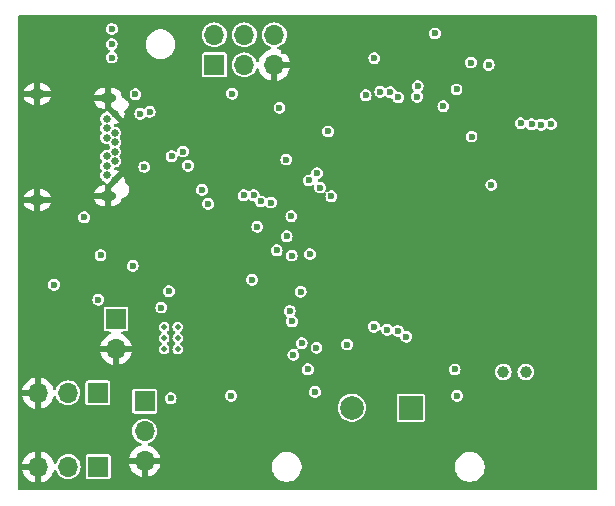
<source format=gbr>
%TF.GenerationSoftware,KiCad,Pcbnew,8.0.4*%
%TF.CreationDate,2024-11-08T09:04:54-08:00*%
%TF.ProjectId,Vanguard_new,56616e67-7561-4726-945f-6e65772e6b69,rev?*%
%TF.SameCoordinates,Original*%
%TF.FileFunction,Copper,L2,Inr*%
%TF.FilePolarity,Positive*%
%FSLAX46Y46*%
G04 Gerber Fmt 4.6, Leading zero omitted, Abs format (unit mm)*
G04 Created by KiCad (PCBNEW 8.0.4) date 2024-11-08 09:04:54*
%MOMM*%
%LPD*%
G01*
G04 APERTURE LIST*
%TA.AperFunction,ComponentPad*%
%ADD10C,0.650000*%
%TD*%
%TA.AperFunction,ComponentPad*%
%ADD11O,1.400000X0.800000*%
%TD*%
%TA.AperFunction,ComponentPad*%
%ADD12R,1.700000X1.700000*%
%TD*%
%TA.AperFunction,ComponentPad*%
%ADD13O,1.700000X1.700000*%
%TD*%
%TA.AperFunction,ComponentPad*%
%ADD14C,1.000000*%
%TD*%
%TA.AperFunction,HeatsinkPad*%
%ADD15C,0.500000*%
%TD*%
%TA.AperFunction,ComponentPad*%
%ADD16R,2.000000X2.000000*%
%TD*%
%TA.AperFunction,ComponentPad*%
%ADD17C,2.000000*%
%TD*%
%TA.AperFunction,ViaPad*%
%ADD18C,0.600000*%
%TD*%
G04 APERTURE END LIST*
D10*
%TO.N,GND*%
%TO.C,J1*%
X150940000Y-107717500D03*
%TO.N,N/C*%
X150240000Y-107317500D03*
X150240000Y-106517500D03*
%TO.N,Net-(D1-GND)*%
X150940000Y-106117500D03*
%TO.N,Net-(J1-CC2)*%
X150240000Y-105717500D03*
%TO.N,Net-(D1-I{slash}O1)*%
X150940000Y-105317500D03*
%TO.N,Net-(D1-I{slash}O2)*%
X150940000Y-104517500D03*
%TO.N,unconnected-(J1-SBU2-PadB8)*%
X150240000Y-104117500D03*
%TO.N,Net-(D1-GND)*%
X150940000Y-103717500D03*
%TO.N,N/C*%
X150240000Y-103317500D03*
X150240000Y-102517500D03*
%TO.N,GND*%
X150940000Y-102117500D03*
D11*
X144390000Y-100427500D03*
X150340000Y-100787500D03*
X150340000Y-109047500D03*
X144390000Y-109407500D03*
%TD*%
D12*
%TO.N,+3.3V*%
%TO.C,J2*%
X159365000Y-97962500D03*
D13*
%TO.N,Net-(J2-Pin_2)*%
X159365000Y-95422500D03*
%TO.N,Net-(J2-Pin_3)*%
X161905000Y-97962500D03*
%TO.N,UPDI*%
X161905000Y-95422500D03*
%TO.N,GND*%
X164445000Y-97962500D03*
%TO.N,Net-(J2-Pin_6)*%
X164445000Y-95422500D03*
%TD*%
D12*
%TO.N,EJEC_SERVO*%
%TO.C,J7*%
X153460000Y-126440000D03*
D13*
%TO.N,+5V*%
X153460000Y-128980000D03*
%TO.N,GND*%
X153460000Y-131520000D03*
%TD*%
D14*
%TO.N,Net-(U6-XOUT32{slash}CLKSEL1)*%
%TO.C,Y1*%
X185732500Y-123947500D03*
%TO.N,Net-(U6-XIN32)*%
X183832500Y-123947500D03*
%TD*%
D12*
%TO.N,Net-(D1-GND)*%
%TO.C,J6*%
X151037500Y-119480000D03*
D13*
%TO.N,GND*%
X151037500Y-122020000D03*
%TD*%
D12*
%TO.N,PORT_SERVO*%
%TO.C,J5*%
X149530000Y-131980000D03*
D13*
%TO.N,+5V*%
X146990000Y-131980000D03*
%TO.N,GND*%
X144450000Y-131980000D03*
%TD*%
D15*
%TO.N,Net-(D1-GND)*%
%TO.C,U8*%
X156262500Y-122030000D03*
X156262500Y-121090000D03*
X156262500Y-120150000D03*
X155112500Y-122030000D03*
X155112500Y-121090000D03*
X155112500Y-120150000D03*
%TD*%
D12*
%TO.N,STAR_SERVO*%
%TO.C,J4*%
X149500000Y-125730000D03*
D13*
%TO.N,+5V*%
X146960000Y-125730000D03*
%TO.N,GND*%
X144420000Y-125730000D03*
%TD*%
D16*
%TO.N,+5V*%
%TO.C,BZ1*%
X176010785Y-126990000D03*
D17*
%TO.N,Net-(BZ1--)*%
X171010785Y-126990000D03*
%TD*%
D18*
%TO.N,GND*%
X149170000Y-107990000D03*
X154770000Y-104987500D03*
X184110000Y-130850000D03*
X149732964Y-116431078D03*
X167676782Y-115045311D03*
X190910000Y-98610000D03*
X153740000Y-114650000D03*
X145700000Y-100427500D03*
X145000000Y-98200000D03*
X185640000Y-127870000D03*
X151500000Y-111000000D03*
X190100000Y-124800000D03*
X180009999Y-111111471D03*
X176220000Y-98310000D03*
X151460000Y-116550000D03*
X157031985Y-119228015D03*
X157582113Y-109482115D03*
X157890000Y-118315000D03*
X144380000Y-127510000D03*
X182610000Y-100634315D03*
X159940000Y-121110000D03*
X146135001Y-118832500D03*
X152395221Y-109453150D03*
X144420000Y-130580000D03*
X153480000Y-123040000D03*
X163350000Y-126410000D03*
X163540000Y-114643918D03*
X183789265Y-121916765D03*
X143480000Y-114140000D03*
X157310000Y-104307531D03*
X182160000Y-126840000D03*
X187800000Y-117700000D03*
X165300000Y-96817500D03*
X149150000Y-101820000D03*
X147190000Y-112132500D03*
X186324963Y-122365037D03*
X145920000Y-114300000D03*
X153787500Y-119109057D03*
X145870000Y-109407500D03*
X147542883Y-119508658D03*
X155160000Y-131970000D03*
X157710735Y-123380735D03*
X169808272Y-121861725D03*
X158500000Y-129500000D03*
%TO.N,Net-(D1-GND)*%
X153100002Y-102110000D03*
X154879057Y-118509057D03*
X153441985Y-106608015D03*
X155510000Y-117115000D03*
%TO.N,+3.3V*%
X179930000Y-125980000D03*
X160870000Y-100400000D03*
X149550000Y-117840000D03*
X165885735Y-110775735D03*
X172180000Y-100540000D03*
X164650735Y-113670735D03*
X166668883Y-117158883D03*
X164882501Y-101597500D03*
X179710000Y-123750000D03*
X178040000Y-95300000D03*
X145800000Y-116570000D03*
X181142500Y-104030000D03*
X182830000Y-108130000D03*
%TO.N,Net-(D1-I{slash}O1)*%
X155742260Y-105693922D03*
X153890000Y-101937500D03*
%TO.N,Net-(D1-I{slash}O2)*%
X152690000Y-100457500D03*
X156710000Y-105297500D03*
X157140000Y-106497500D03*
%TO.N,UPDI*%
X163013225Y-111672565D03*
%TO.N,RX0*%
X165909265Y-114109265D03*
X169000000Y-103600000D03*
%TO.N,Net-(U9-EN)*%
X149730000Y-114077500D03*
X152460000Y-114980000D03*
%TO.N,SCL*%
X166760933Y-121519067D03*
X166062403Y-122517597D03*
%TO.N,EJEC_SERVO*%
X155672720Y-126192722D03*
X165495735Y-112480000D03*
%TO.N,PA3{slash}SS*%
X172920000Y-97390000D03*
X161848917Y-109013024D03*
X168057868Y-107123603D03*
X173419835Y-100242230D03*
%TO.N,PA1{slash}MOSI*%
X168315735Y-108345735D03*
X176545000Y-100650000D03*
X163310000Y-109530000D03*
X174945000Y-100720000D03*
%TO.N,D5*%
X185291986Y-102905558D03*
X172870000Y-120130000D03*
%TO.N,D6*%
X174910000Y-120490000D03*
X187040000Y-103020000D03*
%TO.N,BUZZER*%
X167287403Y-123742597D03*
X170610000Y-121640000D03*
%TO.N,PA0{slash}MISO*%
X164150000Y-109620000D03*
X169269265Y-109089265D03*
%TO.N,D4*%
X186220735Y-102990735D03*
X174000000Y-120380000D03*
%TO.N,D7*%
X187880000Y-102970000D03*
X175610000Y-120970000D03*
%TO.N,PA2{slash}SCK*%
X162712970Y-108997500D03*
X176583518Y-99762953D03*
X174270388Y-100290000D03*
X167350000Y-107745735D03*
%TO.N,PORT_SERVO*%
X168015198Y-121924802D03*
%TO.N,STAR_BLUE*%
X162560000Y-116160000D03*
X150680000Y-97340000D03*
%TO.N,STAR_SERVO*%
X167460000Y-113980000D03*
%TO.N,STAR_GREEN*%
X150700000Y-94920000D03*
X158340000Y-108542943D03*
X165931498Y-119678990D03*
X158850000Y-109730000D03*
%TO.N,PORT_GREEN*%
X182597680Y-97962798D03*
X178753554Y-101464973D03*
%TO.N,STAR_RED*%
X150680000Y-96210000D03*
X165740000Y-118800000D03*
%TO.N,PORT_BLUE*%
X181094999Y-97768421D03*
X179871642Y-100041642D03*
%TO.N,+5V*%
X160790000Y-125980000D03*
X167887403Y-125650000D03*
%TO.N,Net-(J1-CC2)*%
X148340000Y-110867500D03*
%TO.N,/TX_UPDI*%
X165460000Y-105980000D03*
%TD*%
%TA.AperFunction,Conductor*%
%TO.N,GND*%
G36*
X191702539Y-93770185D02*
G01*
X191748294Y-93822989D01*
X191759500Y-93874500D01*
X191759500Y-133865500D01*
X191739815Y-133932539D01*
X191687011Y-133978294D01*
X191635500Y-133989500D01*
X142884500Y-133989500D01*
X142817461Y-133969815D01*
X142771706Y-133917011D01*
X142760500Y-133865500D01*
X142760500Y-131729999D01*
X143119364Y-131729999D01*
X143119364Y-131730000D01*
X144016988Y-131730000D01*
X143984075Y-131787007D01*
X143950000Y-131914174D01*
X143950000Y-132045826D01*
X143984075Y-132172993D01*
X144016988Y-132230000D01*
X143119364Y-132230000D01*
X143176567Y-132443486D01*
X143176570Y-132443492D01*
X143276399Y-132657578D01*
X143411894Y-132851082D01*
X143578917Y-133018105D01*
X143772421Y-133153600D01*
X143986507Y-133253429D01*
X143986516Y-133253433D01*
X144200000Y-133310634D01*
X144200000Y-132413012D01*
X144257007Y-132445925D01*
X144384174Y-132480000D01*
X144515826Y-132480000D01*
X144642993Y-132445925D01*
X144700000Y-132413012D01*
X144700000Y-133310633D01*
X144913483Y-133253433D01*
X144913492Y-133253429D01*
X145127578Y-133153600D01*
X145321082Y-133018105D01*
X145488105Y-132851082D01*
X145623600Y-132657578D01*
X145723429Y-132443492D01*
X145723433Y-132443483D01*
X145756158Y-132321350D01*
X145792522Y-132261690D01*
X145855369Y-132231160D01*
X145924745Y-132239454D01*
X145978623Y-132283939D01*
X145994593Y-132317447D01*
X146014768Y-132383954D01*
X146112315Y-132566450D01*
X146112317Y-132566452D01*
X146243589Y-132726410D01*
X146325253Y-132793429D01*
X146403550Y-132857685D01*
X146586046Y-132955232D01*
X146784066Y-133015300D01*
X146784065Y-133015300D01*
X146802529Y-133017118D01*
X146990000Y-133035583D01*
X147195934Y-133015300D01*
X147393954Y-132955232D01*
X147576450Y-132857685D01*
X147736410Y-132726410D01*
X147867685Y-132566450D01*
X147965232Y-132383954D01*
X148025300Y-132185934D01*
X148045583Y-131980000D01*
X148025300Y-131774066D01*
X147965232Y-131576046D01*
X147867685Y-131393550D01*
X147766290Y-131269999D01*
X147736410Y-131233589D01*
X147586121Y-131110252D01*
X147586115Y-131110247D01*
X148479500Y-131110247D01*
X148479500Y-132849752D01*
X148491131Y-132908229D01*
X148491132Y-132908230D01*
X148535447Y-132974552D01*
X148601769Y-133018867D01*
X148601770Y-133018868D01*
X148660247Y-133030499D01*
X148660250Y-133030500D01*
X148660252Y-133030500D01*
X150399750Y-133030500D01*
X150399751Y-133030499D01*
X150414568Y-133027552D01*
X150458229Y-133018868D01*
X150458229Y-133018867D01*
X150458231Y-133018867D01*
X150524552Y-132974552D01*
X150568867Y-132908231D01*
X150568867Y-132908229D01*
X150568868Y-132908229D01*
X150578922Y-132857682D01*
X150580500Y-132849748D01*
X150580500Y-131269999D01*
X152129364Y-131269999D01*
X152129364Y-131270000D01*
X153026988Y-131270000D01*
X152994075Y-131327007D01*
X152960000Y-131454174D01*
X152960000Y-131585826D01*
X152994075Y-131712993D01*
X153026988Y-131770000D01*
X152129364Y-131770000D01*
X152186567Y-131983486D01*
X152186570Y-131983492D01*
X152286399Y-132197578D01*
X152421894Y-132391082D01*
X152588917Y-132558105D01*
X152782421Y-132693600D01*
X152996507Y-132793429D01*
X152996516Y-132793433D01*
X153210000Y-132850634D01*
X153210000Y-131953012D01*
X153267007Y-131985925D01*
X153394174Y-132020000D01*
X153525826Y-132020000D01*
X153652993Y-131985925D01*
X153710000Y-131953012D01*
X153710000Y-132850633D01*
X153923483Y-132793433D01*
X153923492Y-132793429D01*
X154137578Y-132693600D01*
X154331082Y-132558105D01*
X154498105Y-132391082D01*
X154633600Y-132197578D01*
X154733429Y-131983492D01*
X154733432Y-131983486D01*
X154755380Y-131901577D01*
X164249500Y-131901577D01*
X164249500Y-132098422D01*
X164280290Y-132292826D01*
X164341117Y-132480029D01*
X164380899Y-132558105D01*
X164430476Y-132655405D01*
X164546172Y-132814646D01*
X164685354Y-132953828D01*
X164844595Y-133069524D01*
X164927455Y-133111743D01*
X165019970Y-133158882D01*
X165019972Y-133158882D01*
X165019975Y-133158884D01*
X165120317Y-133191487D01*
X165207173Y-133219709D01*
X165401578Y-133250500D01*
X165401583Y-133250500D01*
X165598422Y-133250500D01*
X165792826Y-133219709D01*
X165980025Y-133158884D01*
X166155405Y-133069524D01*
X166314646Y-132953828D01*
X166453828Y-132814646D01*
X166569524Y-132655405D01*
X166658884Y-132480025D01*
X166719709Y-132292826D01*
X166721117Y-132283939D01*
X166750500Y-132098422D01*
X166750500Y-131901577D01*
X179749500Y-131901577D01*
X179749500Y-132098422D01*
X179780290Y-132292826D01*
X179841117Y-132480029D01*
X179880899Y-132558105D01*
X179930476Y-132655405D01*
X180046172Y-132814646D01*
X180185354Y-132953828D01*
X180344595Y-133069524D01*
X180427455Y-133111743D01*
X180519970Y-133158882D01*
X180519972Y-133158882D01*
X180519975Y-133158884D01*
X180620317Y-133191487D01*
X180707173Y-133219709D01*
X180901578Y-133250500D01*
X180901583Y-133250500D01*
X181098422Y-133250500D01*
X181292826Y-133219709D01*
X181480025Y-133158884D01*
X181655405Y-133069524D01*
X181814646Y-132953828D01*
X181953828Y-132814646D01*
X182069524Y-132655405D01*
X182158884Y-132480025D01*
X182219709Y-132292826D01*
X182221117Y-132283939D01*
X182250500Y-132098422D01*
X182250500Y-131901577D01*
X182219709Y-131707173D01*
X182158882Y-131519970D01*
X182111743Y-131427455D01*
X182069524Y-131344595D01*
X181953828Y-131185354D01*
X181814646Y-131046172D01*
X181655405Y-130930476D01*
X181480029Y-130841117D01*
X181292826Y-130780290D01*
X181098422Y-130749500D01*
X181098417Y-130749500D01*
X180901583Y-130749500D01*
X180901578Y-130749500D01*
X180707173Y-130780290D01*
X180519970Y-130841117D01*
X180344594Y-130930476D01*
X180325017Y-130944700D01*
X180185354Y-131046172D01*
X180185352Y-131046174D01*
X180185351Y-131046174D01*
X180046174Y-131185351D01*
X180046174Y-131185352D01*
X180046172Y-131185354D01*
X180026091Y-131212993D01*
X179930476Y-131344594D01*
X179841117Y-131519970D01*
X179780290Y-131707173D01*
X179749500Y-131901577D01*
X166750500Y-131901577D01*
X166719709Y-131707173D01*
X166658882Y-131519970D01*
X166611743Y-131427455D01*
X166569524Y-131344595D01*
X166453828Y-131185354D01*
X166314646Y-131046172D01*
X166155405Y-130930476D01*
X165980029Y-130841117D01*
X165792826Y-130780290D01*
X165598422Y-130749500D01*
X165598417Y-130749500D01*
X165401583Y-130749500D01*
X165401578Y-130749500D01*
X165207173Y-130780290D01*
X165019970Y-130841117D01*
X164844594Y-130930476D01*
X164825017Y-130944700D01*
X164685354Y-131046172D01*
X164685352Y-131046174D01*
X164685351Y-131046174D01*
X164546174Y-131185351D01*
X164546174Y-131185352D01*
X164546172Y-131185354D01*
X164526091Y-131212993D01*
X164430476Y-131344594D01*
X164341117Y-131519970D01*
X164280290Y-131707173D01*
X164249500Y-131901577D01*
X154755380Y-131901577D01*
X154790636Y-131770000D01*
X153893012Y-131770000D01*
X153925925Y-131712993D01*
X153960000Y-131585826D01*
X153960000Y-131454174D01*
X153925925Y-131327007D01*
X153893012Y-131270000D01*
X154790636Y-131270000D01*
X154790635Y-131269999D01*
X154733432Y-131056513D01*
X154733429Y-131056507D01*
X154633600Y-130842422D01*
X154633599Y-130842420D01*
X154498113Y-130648926D01*
X154498108Y-130648920D01*
X154331082Y-130481894D01*
X154137578Y-130346399D01*
X153923492Y-130246570D01*
X153923486Y-130246567D01*
X153801349Y-130213841D01*
X153741689Y-130177476D01*
X153711160Y-130114629D01*
X153719455Y-130045253D01*
X153763940Y-129991375D01*
X153797444Y-129975407D01*
X153863954Y-129955232D01*
X154046450Y-129857685D01*
X154206410Y-129726410D01*
X154337685Y-129566450D01*
X154435232Y-129383954D01*
X154495300Y-129185934D01*
X154515583Y-128980000D01*
X154495300Y-128774066D01*
X154435232Y-128576046D01*
X154337685Y-128393550D01*
X154285702Y-128330209D01*
X154206410Y-128233589D01*
X154046452Y-128102317D01*
X154046453Y-128102317D01*
X154046450Y-128102315D01*
X153863954Y-128004768D01*
X153665934Y-127944700D01*
X153665932Y-127944699D01*
X153665934Y-127944699D01*
X153460000Y-127924417D01*
X153254067Y-127944699D01*
X153056043Y-128004769D01*
X152945898Y-128063643D01*
X152873550Y-128102315D01*
X152873548Y-128102316D01*
X152873547Y-128102317D01*
X152713589Y-128233589D01*
X152582317Y-128393547D01*
X152484769Y-128576043D01*
X152424699Y-128774067D01*
X152404417Y-128980000D01*
X152424699Y-129185932D01*
X152424700Y-129185934D01*
X152484768Y-129383954D01*
X152582315Y-129566450D01*
X152582317Y-129566452D01*
X152713589Y-129726410D01*
X152810209Y-129805702D01*
X152873550Y-129857685D01*
X153056046Y-129955232D01*
X153122551Y-129975405D01*
X153180989Y-130013702D01*
X153209446Y-130077514D01*
X153198887Y-130146581D01*
X153152663Y-130198975D01*
X153118650Y-130213841D01*
X152996514Y-130246567D01*
X152996507Y-130246570D01*
X152782422Y-130346399D01*
X152782420Y-130346400D01*
X152588926Y-130481886D01*
X152588920Y-130481891D01*
X152421891Y-130648920D01*
X152421886Y-130648926D01*
X152286400Y-130842420D01*
X152286399Y-130842422D01*
X152186570Y-131056507D01*
X152186567Y-131056513D01*
X152129364Y-131269999D01*
X150580500Y-131269999D01*
X150580500Y-131110252D01*
X150580500Y-131110249D01*
X150580499Y-131110247D01*
X150568868Y-131051770D01*
X150568867Y-131051769D01*
X150524552Y-130985447D01*
X150458230Y-130941132D01*
X150458229Y-130941131D01*
X150399752Y-130929500D01*
X150399748Y-130929500D01*
X148660252Y-130929500D01*
X148660247Y-130929500D01*
X148601770Y-130941131D01*
X148601769Y-130941132D01*
X148535447Y-130985447D01*
X148491132Y-131051769D01*
X148491131Y-131051770D01*
X148479500Y-131110247D01*
X147586115Y-131110247D01*
X147576450Y-131102315D01*
X147393954Y-131004768D01*
X147195934Y-130944700D01*
X147195932Y-130944699D01*
X147195934Y-130944699D01*
X146990000Y-130924417D01*
X146784067Y-130944699D01*
X146586043Y-131004769D01*
X146498114Y-131051769D01*
X146403550Y-131102315D01*
X146403548Y-131102316D01*
X146403547Y-131102317D01*
X146243589Y-131233589D01*
X146112317Y-131393547D01*
X146014767Y-131576046D01*
X145994593Y-131642552D01*
X145956296Y-131700990D01*
X145892483Y-131729447D01*
X145823416Y-131718886D01*
X145771023Y-131672661D01*
X145756158Y-131638649D01*
X145723433Y-131516516D01*
X145723429Y-131516507D01*
X145623600Y-131302422D01*
X145623599Y-131302420D01*
X145488113Y-131108926D01*
X145488108Y-131108920D01*
X145321082Y-130941894D01*
X145127578Y-130806399D01*
X144913492Y-130706570D01*
X144913486Y-130706567D01*
X144700000Y-130649364D01*
X144700000Y-131546988D01*
X144642993Y-131514075D01*
X144515826Y-131480000D01*
X144384174Y-131480000D01*
X144257007Y-131514075D01*
X144200000Y-131546988D01*
X144200000Y-130649364D01*
X144199999Y-130649364D01*
X143986513Y-130706567D01*
X143986507Y-130706570D01*
X143772422Y-130806399D01*
X143772420Y-130806400D01*
X143578926Y-130941886D01*
X143578920Y-130941891D01*
X143411891Y-131108920D01*
X143411886Y-131108926D01*
X143276400Y-131302420D01*
X143276399Y-131302422D01*
X143176570Y-131516507D01*
X143176567Y-131516513D01*
X143119364Y-131729999D01*
X142760500Y-131729999D01*
X142760500Y-125479999D01*
X143089364Y-125479999D01*
X143089364Y-125480000D01*
X143986988Y-125480000D01*
X143954075Y-125537007D01*
X143920000Y-125664174D01*
X143920000Y-125795826D01*
X143954075Y-125922993D01*
X143986988Y-125980000D01*
X143089364Y-125980000D01*
X143146567Y-126193486D01*
X143146570Y-126193492D01*
X143246399Y-126407578D01*
X143381894Y-126601082D01*
X143548917Y-126768105D01*
X143742421Y-126903600D01*
X143956507Y-127003429D01*
X143956516Y-127003433D01*
X144170000Y-127060634D01*
X144170000Y-126163012D01*
X144227007Y-126195925D01*
X144354174Y-126230000D01*
X144485826Y-126230000D01*
X144612993Y-126195925D01*
X144670000Y-126163012D01*
X144670000Y-127060633D01*
X144883483Y-127003433D01*
X144883492Y-127003429D01*
X145097578Y-126903600D01*
X145291082Y-126768105D01*
X145458105Y-126601082D01*
X145593600Y-126407578D01*
X145693429Y-126193492D01*
X145693433Y-126193483D01*
X145726158Y-126071350D01*
X145762522Y-126011690D01*
X145825369Y-125981160D01*
X145894745Y-125989454D01*
X145948623Y-126033939D01*
X145964593Y-126067447D01*
X145984768Y-126133954D01*
X146082315Y-126316450D01*
X146114205Y-126355308D01*
X146213589Y-126476410D01*
X146308696Y-126554461D01*
X146373550Y-126607685D01*
X146556046Y-126705232D01*
X146754066Y-126765300D01*
X146754065Y-126765300D01*
X146772529Y-126767118D01*
X146960000Y-126785583D01*
X147165934Y-126765300D01*
X147363954Y-126705232D01*
X147546450Y-126607685D01*
X147706410Y-126476410D01*
X147837685Y-126316450D01*
X147935232Y-126133954D01*
X147995300Y-125935934D01*
X148015583Y-125730000D01*
X147995300Y-125524066D01*
X147935232Y-125326046D01*
X147837685Y-125143550D01*
X147762897Y-125052420D01*
X147706410Y-124983589D01*
X147556121Y-124860252D01*
X147556115Y-124860247D01*
X148449500Y-124860247D01*
X148449500Y-126599752D01*
X148461131Y-126658229D01*
X148461132Y-126658230D01*
X148505447Y-126724552D01*
X148571769Y-126768867D01*
X148571770Y-126768868D01*
X148630247Y-126780499D01*
X148630250Y-126780500D01*
X148630252Y-126780500D01*
X150369750Y-126780500D01*
X150369751Y-126780499D01*
X150384568Y-126777552D01*
X150428229Y-126768868D01*
X150428229Y-126768867D01*
X150428231Y-126768867D01*
X150494552Y-126724552D01*
X150538867Y-126658231D01*
X150538867Y-126658229D01*
X150538868Y-126658229D01*
X150548922Y-126607682D01*
X150550500Y-126599748D01*
X150550500Y-125570247D01*
X152409500Y-125570247D01*
X152409500Y-127309752D01*
X152421131Y-127368229D01*
X152421132Y-127368230D01*
X152465447Y-127434552D01*
X152531769Y-127478867D01*
X152531770Y-127478868D01*
X152590247Y-127490499D01*
X152590250Y-127490500D01*
X152590252Y-127490500D01*
X154329750Y-127490500D01*
X154329751Y-127490499D01*
X154344568Y-127487552D01*
X154388229Y-127478868D01*
X154388229Y-127478867D01*
X154388231Y-127478867D01*
X154454552Y-127434552D01*
X154498867Y-127368231D01*
X154498867Y-127368229D01*
X154498868Y-127368229D01*
X154510499Y-127309752D01*
X154510500Y-127309750D01*
X154510500Y-126989999D01*
X169805142Y-126989999D01*
X169805142Y-126990000D01*
X169825669Y-127211535D01*
X169825670Y-127211537D01*
X169886554Y-127425523D01*
X169886560Y-127425538D01*
X169985723Y-127624683D01*
X169985728Y-127624691D01*
X170119805Y-127802238D01*
X170284222Y-127952123D01*
X170284224Y-127952125D01*
X170473380Y-128069245D01*
X170473381Y-128069245D01*
X170473384Y-128069247D01*
X170680845Y-128149618D01*
X170899542Y-128190500D01*
X170899544Y-128190500D01*
X171122026Y-128190500D01*
X171122028Y-128190500D01*
X171340725Y-128149618D01*
X171548186Y-128069247D01*
X171737347Y-127952124D01*
X171901766Y-127802236D01*
X172035843Y-127624689D01*
X172135014Y-127425528D01*
X172195900Y-127211536D01*
X172216428Y-126990000D01*
X172195900Y-126768464D01*
X172135014Y-126554472D01*
X172135009Y-126554461D01*
X172035846Y-126355316D01*
X172035841Y-126355308D01*
X171901764Y-126177761D01*
X171737347Y-126027876D01*
X171737345Y-126027874D01*
X171644274Y-125970247D01*
X174810285Y-125970247D01*
X174810285Y-128009752D01*
X174821916Y-128068229D01*
X174821917Y-128068230D01*
X174866232Y-128134552D01*
X174932554Y-128178867D01*
X174932555Y-128178868D01*
X174991032Y-128190499D01*
X174991035Y-128190500D01*
X174991037Y-128190500D01*
X177030535Y-128190500D01*
X177030536Y-128190499D01*
X177045353Y-128187552D01*
X177089014Y-128178868D01*
X177089014Y-128178867D01*
X177089016Y-128178867D01*
X177155337Y-128134552D01*
X177199652Y-128068231D01*
X177199652Y-128068229D01*
X177199653Y-128068229D01*
X177211284Y-128009752D01*
X177211285Y-128009750D01*
X177211285Y-125980000D01*
X179424353Y-125980000D01*
X179444834Y-126122456D01*
X179470093Y-126177764D01*
X179504623Y-126253373D01*
X179598872Y-126362143D01*
X179719947Y-126439953D01*
X179719950Y-126439954D01*
X179719949Y-126439954D01*
X179858036Y-126480499D01*
X179858038Y-126480500D01*
X179858039Y-126480500D01*
X180001962Y-126480500D01*
X180001962Y-126480499D01*
X180140053Y-126439953D01*
X180261128Y-126362143D01*
X180355377Y-126253373D01*
X180415165Y-126122457D01*
X180435647Y-125980000D01*
X180415165Y-125837543D01*
X180355377Y-125706627D01*
X180261128Y-125597857D01*
X180140053Y-125520047D01*
X180140051Y-125520046D01*
X180140049Y-125520045D01*
X180140050Y-125520045D01*
X180001963Y-125479500D01*
X180001961Y-125479500D01*
X179858039Y-125479500D01*
X179858036Y-125479500D01*
X179719949Y-125520045D01*
X179598873Y-125597856D01*
X179504623Y-125706626D01*
X179504622Y-125706628D01*
X179444834Y-125837543D01*
X179424353Y-125980000D01*
X177211285Y-125980000D01*
X177211285Y-125970249D01*
X177211284Y-125970247D01*
X177199653Y-125911770D01*
X177199652Y-125911769D01*
X177155337Y-125845447D01*
X177089015Y-125801132D01*
X177089014Y-125801131D01*
X177030537Y-125789500D01*
X177030533Y-125789500D01*
X174991037Y-125789500D01*
X174991032Y-125789500D01*
X174932555Y-125801131D01*
X174932554Y-125801132D01*
X174866232Y-125845447D01*
X174821917Y-125911769D01*
X174821916Y-125911770D01*
X174810285Y-125970247D01*
X171644274Y-125970247D01*
X171548189Y-125910754D01*
X171548183Y-125910752D01*
X171340725Y-125830382D01*
X171122028Y-125789500D01*
X170899542Y-125789500D01*
X170680845Y-125830382D01*
X170549649Y-125881207D01*
X170473386Y-125910752D01*
X170473380Y-125910754D01*
X170284224Y-126027874D01*
X170284222Y-126027876D01*
X170119805Y-126177761D01*
X169985728Y-126355308D01*
X169985723Y-126355316D01*
X169886560Y-126554461D01*
X169886554Y-126554476D01*
X169825670Y-126768462D01*
X169825669Y-126768464D01*
X169805142Y-126989999D01*
X154510500Y-126989999D01*
X154510500Y-126192722D01*
X155167073Y-126192722D01*
X155187554Y-126335178D01*
X155247342Y-126466093D01*
X155247343Y-126466095D01*
X155341592Y-126574865D01*
X155462667Y-126652675D01*
X155462670Y-126652676D01*
X155462669Y-126652676D01*
X155600756Y-126693221D01*
X155600758Y-126693222D01*
X155600759Y-126693222D01*
X155744682Y-126693222D01*
X155744682Y-126693221D01*
X155882773Y-126652675D01*
X156003848Y-126574865D01*
X156098097Y-126466095D01*
X156157885Y-126335179D01*
X156178367Y-126192722D01*
X156157885Y-126050265D01*
X156125796Y-125980000D01*
X160284353Y-125980000D01*
X160304834Y-126122456D01*
X160330093Y-126177764D01*
X160364623Y-126253373D01*
X160458872Y-126362143D01*
X160579947Y-126439953D01*
X160579950Y-126439954D01*
X160579949Y-126439954D01*
X160718036Y-126480499D01*
X160718038Y-126480500D01*
X160718039Y-126480500D01*
X160861962Y-126480500D01*
X160861962Y-126480499D01*
X161000053Y-126439953D01*
X161121128Y-126362143D01*
X161215377Y-126253373D01*
X161275165Y-126122457D01*
X161295647Y-125980000D01*
X161275165Y-125837543D01*
X161215377Y-125706627D01*
X161166310Y-125650000D01*
X167381756Y-125650000D01*
X167402237Y-125792456D01*
X167456727Y-125911770D01*
X167462026Y-125923373D01*
X167556275Y-126032143D01*
X167677350Y-126109953D01*
X167677353Y-126109954D01*
X167677352Y-126109954D01*
X167815439Y-126150499D01*
X167815441Y-126150500D01*
X167815442Y-126150500D01*
X167959365Y-126150500D01*
X167959365Y-126150499D01*
X168097456Y-126109953D01*
X168218531Y-126032143D01*
X168312780Y-125923373D01*
X168372568Y-125792457D01*
X168393050Y-125650000D01*
X168372568Y-125507543D01*
X168312780Y-125376627D01*
X168218531Y-125267857D01*
X168097456Y-125190047D01*
X168097454Y-125190046D01*
X168097452Y-125190045D01*
X168097453Y-125190045D01*
X167959366Y-125149500D01*
X167959364Y-125149500D01*
X167815442Y-125149500D01*
X167815439Y-125149500D01*
X167677352Y-125190045D01*
X167556276Y-125267856D01*
X167462026Y-125376626D01*
X167462025Y-125376628D01*
X167402237Y-125507543D01*
X167381756Y-125650000D01*
X161166310Y-125650000D01*
X161121128Y-125597857D01*
X161000053Y-125520047D01*
X161000051Y-125520046D01*
X161000049Y-125520045D01*
X161000050Y-125520045D01*
X160861963Y-125479500D01*
X160861961Y-125479500D01*
X160718039Y-125479500D01*
X160718036Y-125479500D01*
X160579949Y-125520045D01*
X160458873Y-125597856D01*
X160364623Y-125706626D01*
X160364622Y-125706628D01*
X160304834Y-125837543D01*
X160284353Y-125980000D01*
X156125796Y-125980000D01*
X156098097Y-125919349D01*
X156003848Y-125810579D01*
X155882773Y-125732769D01*
X155882771Y-125732768D01*
X155882769Y-125732767D01*
X155882770Y-125732767D01*
X155744683Y-125692222D01*
X155744681Y-125692222D01*
X155600759Y-125692222D01*
X155600756Y-125692222D01*
X155462669Y-125732767D01*
X155341593Y-125810578D01*
X155247343Y-125919348D01*
X155247342Y-125919350D01*
X155187554Y-126050265D01*
X155167073Y-126192722D01*
X154510500Y-126192722D01*
X154510500Y-125570249D01*
X154510499Y-125570247D01*
X154498868Y-125511770D01*
X154498867Y-125511769D01*
X154454552Y-125445447D01*
X154388230Y-125401132D01*
X154388229Y-125401131D01*
X154329752Y-125389500D01*
X154329748Y-125389500D01*
X152590252Y-125389500D01*
X152590247Y-125389500D01*
X152531770Y-125401131D01*
X152531769Y-125401132D01*
X152465447Y-125445447D01*
X152421132Y-125511769D01*
X152421131Y-125511770D01*
X152409500Y-125570247D01*
X150550500Y-125570247D01*
X150550500Y-124860252D01*
X150550500Y-124860249D01*
X150550499Y-124860247D01*
X150538868Y-124801770D01*
X150538867Y-124801769D01*
X150494552Y-124735447D01*
X150428230Y-124691132D01*
X150428229Y-124691131D01*
X150369752Y-124679500D01*
X150369748Y-124679500D01*
X148630252Y-124679500D01*
X148630247Y-124679500D01*
X148571770Y-124691131D01*
X148571769Y-124691132D01*
X148505447Y-124735447D01*
X148461132Y-124801769D01*
X148461131Y-124801770D01*
X148449500Y-124860247D01*
X147556115Y-124860247D01*
X147546450Y-124852315D01*
X147363954Y-124754768D01*
X147165934Y-124694700D01*
X147165932Y-124694699D01*
X147165934Y-124694699D01*
X146960000Y-124674417D01*
X146754067Y-124694699D01*
X146556043Y-124754769D01*
X146468114Y-124801769D01*
X146373550Y-124852315D01*
X146373548Y-124852316D01*
X146373547Y-124852317D01*
X146213589Y-124983589D01*
X146082317Y-125143547D01*
X145984767Y-125326046D01*
X145964593Y-125392552D01*
X145926296Y-125450990D01*
X145862483Y-125479447D01*
X145793416Y-125468886D01*
X145741023Y-125422661D01*
X145726158Y-125388649D01*
X145693433Y-125266516D01*
X145693429Y-125266507D01*
X145593600Y-125052422D01*
X145593599Y-125052420D01*
X145458113Y-124858926D01*
X145458108Y-124858920D01*
X145291082Y-124691894D01*
X145097578Y-124556399D01*
X144883492Y-124456570D01*
X144883486Y-124456567D01*
X144670000Y-124399364D01*
X144670000Y-125296988D01*
X144612993Y-125264075D01*
X144485826Y-125230000D01*
X144354174Y-125230000D01*
X144227007Y-125264075D01*
X144170000Y-125296988D01*
X144170000Y-124399364D01*
X144169999Y-124399364D01*
X143956513Y-124456567D01*
X143956507Y-124456570D01*
X143742422Y-124556399D01*
X143742420Y-124556400D01*
X143548926Y-124691886D01*
X143548920Y-124691891D01*
X143381891Y-124858920D01*
X143381886Y-124858926D01*
X143246400Y-125052420D01*
X143246399Y-125052422D01*
X143146570Y-125266507D01*
X143146567Y-125266513D01*
X143089364Y-125479999D01*
X142760500Y-125479999D01*
X142760500Y-123742597D01*
X166781756Y-123742597D01*
X166802237Y-123885053D01*
X166830756Y-123947500D01*
X166862026Y-124015970D01*
X166956275Y-124124740D01*
X167077350Y-124202550D01*
X167077353Y-124202551D01*
X167077352Y-124202551D01*
X167215439Y-124243096D01*
X167215441Y-124243097D01*
X167215442Y-124243097D01*
X167359365Y-124243097D01*
X167359365Y-124243096D01*
X167497456Y-124202550D01*
X167618531Y-124124740D01*
X167712780Y-124015970D01*
X167772568Y-123885054D01*
X167791986Y-123750000D01*
X179204353Y-123750000D01*
X179224834Y-123892456D01*
X179281241Y-124015968D01*
X179284623Y-124023373D01*
X179378872Y-124132143D01*
X179499947Y-124209953D01*
X179499950Y-124209954D01*
X179499949Y-124209954D01*
X179638036Y-124250499D01*
X179638038Y-124250500D01*
X179638039Y-124250500D01*
X179781962Y-124250500D01*
X179781962Y-124250499D01*
X179920053Y-124209953D01*
X180041128Y-124132143D01*
X180135377Y-124023373D01*
X180170027Y-123947500D01*
X183126855Y-123947500D01*
X183147359Y-124116369D01*
X183147360Y-124116374D01*
X183207682Y-124275431D01*
X183269975Y-124365677D01*
X183304317Y-124415429D01*
X183350756Y-124456570D01*
X183431650Y-124528236D01*
X183582273Y-124607289D01*
X183582275Y-124607290D01*
X183747444Y-124648000D01*
X183917556Y-124648000D01*
X184082725Y-124607290D01*
X184179689Y-124556399D01*
X184233349Y-124528236D01*
X184233350Y-124528234D01*
X184233352Y-124528234D01*
X184360683Y-124415429D01*
X184457318Y-124275430D01*
X184517640Y-124116372D01*
X184538145Y-123947500D01*
X185026855Y-123947500D01*
X185047359Y-124116369D01*
X185047360Y-124116374D01*
X185107682Y-124275431D01*
X185169975Y-124365677D01*
X185204317Y-124415429D01*
X185250756Y-124456570D01*
X185331650Y-124528236D01*
X185482273Y-124607289D01*
X185482275Y-124607290D01*
X185647444Y-124648000D01*
X185817556Y-124648000D01*
X185982725Y-124607290D01*
X186079689Y-124556399D01*
X186133349Y-124528236D01*
X186133350Y-124528234D01*
X186133352Y-124528234D01*
X186260683Y-124415429D01*
X186357318Y-124275430D01*
X186417640Y-124116372D01*
X186438145Y-123947500D01*
X186417640Y-123778628D01*
X186357318Y-123619570D01*
X186349016Y-123607543D01*
X186322976Y-123569818D01*
X186260683Y-123479571D01*
X186165816Y-123395526D01*
X186133349Y-123366763D01*
X185982726Y-123287710D01*
X185817556Y-123247000D01*
X185647444Y-123247000D01*
X185482273Y-123287710D01*
X185331650Y-123366763D01*
X185204316Y-123479572D01*
X185107682Y-123619568D01*
X185047360Y-123778625D01*
X185047359Y-123778630D01*
X185026855Y-123947500D01*
X184538145Y-123947500D01*
X184517640Y-123778628D01*
X184457318Y-123619570D01*
X184449016Y-123607543D01*
X184422976Y-123569818D01*
X184360683Y-123479571D01*
X184265816Y-123395526D01*
X184233349Y-123366763D01*
X184082726Y-123287710D01*
X183917556Y-123247000D01*
X183747444Y-123247000D01*
X183582273Y-123287710D01*
X183431650Y-123366763D01*
X183304316Y-123479572D01*
X183207682Y-123619568D01*
X183147360Y-123778625D01*
X183147359Y-123778630D01*
X183126855Y-123947500D01*
X180170027Y-123947500D01*
X180195165Y-123892457D01*
X180215647Y-123750000D01*
X180195165Y-123607543D01*
X180135377Y-123476627D01*
X180041128Y-123367857D01*
X179920053Y-123290047D01*
X179920051Y-123290046D01*
X179920049Y-123290045D01*
X179920050Y-123290045D01*
X179781963Y-123249500D01*
X179781961Y-123249500D01*
X179638039Y-123249500D01*
X179638036Y-123249500D01*
X179499949Y-123290045D01*
X179378873Y-123367856D01*
X179284623Y-123476626D01*
X179284622Y-123476628D01*
X179224834Y-123607543D01*
X179204353Y-123750000D01*
X167791986Y-123750000D01*
X167793050Y-123742597D01*
X167772568Y-123600140D01*
X167712780Y-123469224D01*
X167618531Y-123360454D01*
X167497456Y-123282644D01*
X167497454Y-123282643D01*
X167497452Y-123282642D01*
X167497453Y-123282642D01*
X167359366Y-123242097D01*
X167359364Y-123242097D01*
X167215442Y-123242097D01*
X167215439Y-123242097D01*
X167077352Y-123282642D01*
X166956276Y-123360453D01*
X166862026Y-123469223D01*
X166862025Y-123469225D01*
X166802237Y-123600140D01*
X166781756Y-123742597D01*
X142760500Y-123742597D01*
X142760500Y-121769999D01*
X149706864Y-121769999D01*
X149706864Y-121770000D01*
X150604488Y-121770000D01*
X150571575Y-121827007D01*
X150537500Y-121954174D01*
X150537500Y-122085826D01*
X150571575Y-122212993D01*
X150604488Y-122270000D01*
X149706864Y-122270000D01*
X149764067Y-122483486D01*
X149764070Y-122483492D01*
X149863899Y-122697578D01*
X149999394Y-122891082D01*
X150166417Y-123058105D01*
X150359921Y-123193600D01*
X150574007Y-123293429D01*
X150574016Y-123293433D01*
X150787500Y-123350634D01*
X150787500Y-122453012D01*
X150844507Y-122485925D01*
X150971674Y-122520000D01*
X151103326Y-122520000D01*
X151230493Y-122485925D01*
X151287500Y-122453012D01*
X151287500Y-123350633D01*
X151500983Y-123293433D01*
X151500992Y-123293429D01*
X151715078Y-123193600D01*
X151908582Y-123058105D01*
X152075605Y-122891082D01*
X152211100Y-122697578D01*
X152295026Y-122517597D01*
X165556756Y-122517597D01*
X165577237Y-122660053D01*
X165637025Y-122790968D01*
X165637026Y-122790970D01*
X165731275Y-122899740D01*
X165852350Y-122977550D01*
X165852353Y-122977551D01*
X165852352Y-122977551D01*
X165990439Y-123018096D01*
X165990441Y-123018097D01*
X165990442Y-123018097D01*
X166134365Y-123018097D01*
X166134365Y-123018096D01*
X166272456Y-122977550D01*
X166393531Y-122899740D01*
X166487780Y-122790970D01*
X166547568Y-122660054D01*
X166568050Y-122517597D01*
X166547568Y-122375140D01*
X166487780Y-122244224D01*
X166434576Y-122182822D01*
X166405552Y-122119269D01*
X166415496Y-122050111D01*
X166461250Y-121997307D01*
X166528290Y-121977622D01*
X166563225Y-121982645D01*
X166688971Y-122019567D01*
X166688972Y-122019567D01*
X166832895Y-122019567D01*
X166832895Y-122019566D01*
X166970986Y-121979020D01*
X167055351Y-121924802D01*
X167509551Y-121924802D01*
X167530032Y-122067258D01*
X167582811Y-122182825D01*
X167589821Y-122198175D01*
X167684070Y-122306945D01*
X167805145Y-122384755D01*
X167805148Y-122384756D01*
X167805147Y-122384756D01*
X167943234Y-122425301D01*
X167943236Y-122425302D01*
X167943237Y-122425302D01*
X168087160Y-122425302D01*
X168087160Y-122425301D01*
X168225251Y-122384755D01*
X168346326Y-122306945D01*
X168440575Y-122198175D01*
X168500363Y-122067259D01*
X168520845Y-121924802D01*
X168500363Y-121782345D01*
X168440575Y-121651429D01*
X168430672Y-121640000D01*
X170104353Y-121640000D01*
X170124834Y-121782456D01*
X170157434Y-121853838D01*
X170184623Y-121913373D01*
X170278872Y-122022143D01*
X170399947Y-122099953D01*
X170399950Y-122099954D01*
X170399949Y-122099954D01*
X170538036Y-122140499D01*
X170538038Y-122140500D01*
X170538039Y-122140500D01*
X170681962Y-122140500D01*
X170681962Y-122140499D01*
X170820053Y-122099953D01*
X170941128Y-122022143D01*
X171035377Y-121913373D01*
X171095165Y-121782457D01*
X171115647Y-121640000D01*
X171095165Y-121497543D01*
X171035377Y-121366627D01*
X170941128Y-121257857D01*
X170820053Y-121180047D01*
X170820051Y-121180046D01*
X170820049Y-121180045D01*
X170820050Y-121180045D01*
X170681963Y-121139500D01*
X170681961Y-121139500D01*
X170538039Y-121139500D01*
X170538036Y-121139500D01*
X170399949Y-121180045D01*
X170278873Y-121257856D01*
X170184623Y-121366626D01*
X170184622Y-121366628D01*
X170124834Y-121497543D01*
X170104353Y-121640000D01*
X168430672Y-121640000D01*
X168346326Y-121542659D01*
X168225251Y-121464849D01*
X168225249Y-121464848D01*
X168225247Y-121464847D01*
X168225248Y-121464847D01*
X168087161Y-121424302D01*
X168087159Y-121424302D01*
X167943237Y-121424302D01*
X167943234Y-121424302D01*
X167805147Y-121464847D01*
X167684071Y-121542658D01*
X167589821Y-121651428D01*
X167589820Y-121651430D01*
X167530032Y-121782345D01*
X167509551Y-121924802D01*
X167055351Y-121924802D01*
X167092061Y-121901210D01*
X167186310Y-121792440D01*
X167246098Y-121661524D01*
X167266580Y-121519067D01*
X167246098Y-121376610D01*
X167186310Y-121245694D01*
X167092061Y-121136924D01*
X166970986Y-121059114D01*
X166970984Y-121059113D01*
X166970982Y-121059112D01*
X166970983Y-121059112D01*
X166832896Y-121018567D01*
X166832894Y-121018567D01*
X166688972Y-121018567D01*
X166688969Y-121018567D01*
X166550882Y-121059112D01*
X166429806Y-121136923D01*
X166429805Y-121136923D01*
X166429805Y-121136924D01*
X166419405Y-121148926D01*
X166335556Y-121245693D01*
X166335555Y-121245695D01*
X166275767Y-121376610D01*
X166255286Y-121519067D01*
X166275767Y-121661523D01*
X166286961Y-121686033D01*
X166335556Y-121792440D01*
X166388758Y-121853839D01*
X166417783Y-121917394D01*
X166407839Y-121986552D01*
X166362085Y-122039356D01*
X166295045Y-122059041D01*
X166260111Y-122054018D01*
X166134367Y-122017097D01*
X166134364Y-122017097D01*
X165990442Y-122017097D01*
X165990439Y-122017097D01*
X165852352Y-122057642D01*
X165731276Y-122135453D01*
X165637026Y-122244223D01*
X165637025Y-122244225D01*
X165577237Y-122375140D01*
X165556756Y-122517597D01*
X152295026Y-122517597D01*
X152310929Y-122483492D01*
X152310932Y-122483486D01*
X152368136Y-122270000D01*
X151470512Y-122270000D01*
X151503425Y-122212993D01*
X151537500Y-122085826D01*
X151537500Y-121954174D01*
X151503425Y-121827007D01*
X151470512Y-121770000D01*
X152368136Y-121770000D01*
X152368135Y-121769999D01*
X152310932Y-121556513D01*
X152310929Y-121556507D01*
X152211100Y-121342422D01*
X152211099Y-121342420D01*
X152075613Y-121148926D01*
X152075608Y-121148920D01*
X151908582Y-120981894D01*
X151715078Y-120846399D01*
X151544552Y-120766882D01*
X151492113Y-120720710D01*
X151472961Y-120653516D01*
X151493177Y-120586635D01*
X151546342Y-120541300D01*
X151596957Y-120530500D01*
X151907250Y-120530500D01*
X151907251Y-120530499D01*
X151922068Y-120527552D01*
X151965729Y-120518868D01*
X151965729Y-120518867D01*
X151965731Y-120518867D01*
X152032052Y-120474552D01*
X152076367Y-120408231D01*
X152076367Y-120408229D01*
X152076368Y-120408229D01*
X152087999Y-120349752D01*
X152088000Y-120349750D01*
X152088000Y-120150000D01*
X154657367Y-120150000D01*
X154675802Y-120278225D01*
X154722282Y-120380000D01*
X154729618Y-120396063D01*
X154797628Y-120474552D01*
X154814451Y-120493967D01*
X154848244Y-120515685D01*
X154893999Y-120568489D01*
X154903942Y-120637648D01*
X154874917Y-120701203D01*
X154848244Y-120724315D01*
X154814451Y-120746032D01*
X154729618Y-120843937D01*
X154729617Y-120843938D01*
X154675802Y-120961774D01*
X154657367Y-121090000D01*
X154675802Y-121218225D01*
X154693902Y-121257857D01*
X154729618Y-121336063D01*
X154764752Y-121376610D01*
X154814451Y-121433967D01*
X154848244Y-121455685D01*
X154893999Y-121508489D01*
X154903942Y-121577648D01*
X154874917Y-121641203D01*
X154848244Y-121664315D01*
X154814451Y-121686032D01*
X154729618Y-121783937D01*
X154729617Y-121783938D01*
X154675802Y-121901774D01*
X154657367Y-122030000D01*
X154675802Y-122158225D01*
X154715077Y-122244223D01*
X154729618Y-122276063D01*
X154814451Y-122373967D01*
X154923431Y-122444004D01*
X155047725Y-122480499D01*
X155047727Y-122480500D01*
X155047728Y-122480500D01*
X155177273Y-122480500D01*
X155177273Y-122480499D01*
X155301569Y-122444004D01*
X155410549Y-122373967D01*
X155495382Y-122276063D01*
X155549197Y-122158226D01*
X155564762Y-122049967D01*
X155573881Y-122029999D01*
X155564762Y-122010031D01*
X155549197Y-121901774D01*
X155527305Y-121853838D01*
X155495382Y-121783937D01*
X155410549Y-121686033D01*
X155376755Y-121664315D01*
X155331001Y-121611512D01*
X155321057Y-121542354D01*
X155350082Y-121478798D01*
X155376754Y-121455685D01*
X155410549Y-121433967D01*
X155495382Y-121336063D01*
X155549197Y-121218226D01*
X155564762Y-121109967D01*
X155573881Y-121089999D01*
X155564762Y-121070031D01*
X155549197Y-120961774D01*
X155512080Y-120880500D01*
X155495382Y-120843937D01*
X155410549Y-120746033D01*
X155376755Y-120724315D01*
X155331001Y-120671512D01*
X155321057Y-120602354D01*
X155350082Y-120538798D01*
X155376754Y-120515685D01*
X155410549Y-120493967D01*
X155495382Y-120396063D01*
X155549197Y-120278226D01*
X155564762Y-120169967D01*
X155573881Y-120149999D01*
X155801118Y-120149999D01*
X155810238Y-120169968D01*
X155825802Y-120278225D01*
X155872282Y-120380000D01*
X155879618Y-120396063D01*
X155947628Y-120474552D01*
X155964451Y-120493967D01*
X155998244Y-120515685D01*
X156043999Y-120568489D01*
X156053942Y-120637648D01*
X156024917Y-120701203D01*
X155998244Y-120724315D01*
X155964451Y-120746032D01*
X155879618Y-120843937D01*
X155879617Y-120843938D01*
X155825802Y-120961774D01*
X155810238Y-121070031D01*
X155801118Y-121089999D01*
X155810238Y-121109968D01*
X155825802Y-121218225D01*
X155843902Y-121257857D01*
X155879618Y-121336063D01*
X155914752Y-121376610D01*
X155964451Y-121433967D01*
X155998244Y-121455685D01*
X156043999Y-121508489D01*
X156053942Y-121577648D01*
X156024917Y-121641203D01*
X155998244Y-121664315D01*
X155964451Y-121686032D01*
X155879618Y-121783937D01*
X155879617Y-121783938D01*
X155825802Y-121901774D01*
X155810238Y-122010031D01*
X155801118Y-122029999D01*
X155810238Y-122049968D01*
X155825802Y-122158225D01*
X155865077Y-122244223D01*
X155879618Y-122276063D01*
X155964451Y-122373967D01*
X156073431Y-122444004D01*
X156197725Y-122480499D01*
X156197727Y-122480500D01*
X156197728Y-122480500D01*
X156327273Y-122480500D01*
X156327273Y-122480499D01*
X156451569Y-122444004D01*
X156560549Y-122373967D01*
X156645382Y-122276063D01*
X156699197Y-122158226D01*
X156717633Y-122030000D01*
X156699197Y-121901774D01*
X156645382Y-121783937D01*
X156560549Y-121686033D01*
X156526755Y-121664315D01*
X156481001Y-121611512D01*
X156471057Y-121542354D01*
X156500082Y-121478798D01*
X156526754Y-121455685D01*
X156560549Y-121433967D01*
X156645382Y-121336063D01*
X156699197Y-121218226D01*
X156717633Y-121090000D01*
X156699197Y-120961774D01*
X156645382Y-120843937D01*
X156560549Y-120746033D01*
X156526755Y-120724315D01*
X156481001Y-120671512D01*
X156471057Y-120602354D01*
X156500082Y-120538798D01*
X156526754Y-120515685D01*
X156560549Y-120493967D01*
X156645382Y-120396063D01*
X156699197Y-120278226D01*
X156717633Y-120150000D01*
X156699197Y-120021774D01*
X156645382Y-119903937D01*
X156560549Y-119806033D01*
X156451569Y-119735996D01*
X156451565Y-119735994D01*
X156451564Y-119735994D01*
X156327274Y-119699500D01*
X156327272Y-119699500D01*
X156197728Y-119699500D01*
X156197726Y-119699500D01*
X156073435Y-119735994D01*
X156073432Y-119735995D01*
X156073431Y-119735996D01*
X156054975Y-119747857D01*
X155964450Y-119806033D01*
X155879618Y-119903937D01*
X155879617Y-119903938D01*
X155825802Y-120021774D01*
X155810238Y-120130031D01*
X155801118Y-120149999D01*
X155573881Y-120149999D01*
X155564762Y-120130031D01*
X155549197Y-120021774D01*
X155533564Y-119987543D01*
X155495382Y-119903937D01*
X155410549Y-119806033D01*
X155301569Y-119735996D01*
X155301565Y-119735994D01*
X155301564Y-119735994D01*
X155177274Y-119699500D01*
X155177272Y-119699500D01*
X155047728Y-119699500D01*
X155047726Y-119699500D01*
X154923435Y-119735994D01*
X154923432Y-119735995D01*
X154923431Y-119735996D01*
X154904975Y-119747857D01*
X154814450Y-119806033D01*
X154729618Y-119903937D01*
X154729617Y-119903938D01*
X154675802Y-120021774D01*
X154657367Y-120150000D01*
X152088000Y-120150000D01*
X152088000Y-118610249D01*
X152087999Y-118610247D01*
X152076368Y-118551770D01*
X152076367Y-118551769D01*
X152047828Y-118509057D01*
X154373410Y-118509057D01*
X154393891Y-118651513D01*
X154396645Y-118657543D01*
X154453680Y-118782430D01*
X154547929Y-118891200D01*
X154669004Y-118969010D01*
X154669007Y-118969011D01*
X154669006Y-118969011D01*
X154807093Y-119009556D01*
X154807095Y-119009557D01*
X154807096Y-119009557D01*
X154951019Y-119009557D01*
X154951019Y-119009556D01*
X155089110Y-118969010D01*
X155210185Y-118891200D01*
X155289210Y-118800000D01*
X165234353Y-118800000D01*
X165254834Y-118942456D01*
X165285478Y-119009556D01*
X165314623Y-119073373D01*
X165408872Y-119182143D01*
X165475329Y-119224852D01*
X165521083Y-119277655D01*
X165531027Y-119346813D01*
X165508341Y-119396501D01*
X165510916Y-119398156D01*
X165506120Y-119405618D01*
X165446332Y-119536533D01*
X165425851Y-119678990D01*
X165446332Y-119821446D01*
X165506120Y-119952361D01*
X165506121Y-119952363D01*
X165600370Y-120061133D01*
X165721445Y-120138943D01*
X165721448Y-120138944D01*
X165721447Y-120138944D01*
X165859534Y-120179489D01*
X165859536Y-120179490D01*
X165859537Y-120179490D01*
X166003460Y-120179490D01*
X166003460Y-120179489D01*
X166110619Y-120148025D01*
X166141548Y-120138944D01*
X166141548Y-120138943D01*
X166141551Y-120138943D01*
X166155467Y-120130000D01*
X172364353Y-120130000D01*
X172384834Y-120272456D01*
X172444622Y-120403371D01*
X172444623Y-120403373D01*
X172538872Y-120512143D01*
X172659947Y-120589953D01*
X172659950Y-120589954D01*
X172659949Y-120589954D01*
X172798036Y-120630499D01*
X172798038Y-120630500D01*
X172798039Y-120630500D01*
X172941962Y-120630500D01*
X172941962Y-120630499D01*
X173080053Y-120589953D01*
X173201128Y-120512143D01*
X173291110Y-120408296D01*
X173349885Y-120370524D01*
X173419755Y-120370524D01*
X173478533Y-120408298D01*
X173507559Y-120471853D01*
X173514834Y-120522456D01*
X173568287Y-120639500D01*
X173574623Y-120653373D01*
X173668872Y-120762143D01*
X173789947Y-120839953D01*
X173789950Y-120839954D01*
X173789949Y-120839954D01*
X173928036Y-120880499D01*
X173928038Y-120880500D01*
X173928039Y-120880500D01*
X174071962Y-120880500D01*
X174071962Y-120880499D01*
X174210053Y-120839953D01*
X174331128Y-120762143D01*
X174331128Y-120762142D01*
X174338589Y-120757348D01*
X174340796Y-120760783D01*
X174385725Y-120739235D01*
X174455058Y-120747875D01*
X174499390Y-120780415D01*
X174578872Y-120872143D01*
X174699947Y-120949953D01*
X174699950Y-120949954D01*
X174699949Y-120949954D01*
X174807107Y-120981417D01*
X174838008Y-120990491D01*
X174838036Y-120990499D01*
X174838038Y-120990500D01*
X174838039Y-120990500D01*
X174981960Y-120990500D01*
X174981961Y-120990500D01*
X174981961Y-120990499D01*
X174982023Y-120990491D01*
X174982086Y-120990500D01*
X174990830Y-120990500D01*
X174990830Y-120991757D01*
X175051181Y-121000435D01*
X175103985Y-121046190D01*
X175122407Y-121095579D01*
X175124833Y-121112451D01*
X175124834Y-121112455D01*
X175124835Y-121112457D01*
X175184623Y-121243373D01*
X175278872Y-121352143D01*
X175399947Y-121429953D01*
X175399950Y-121429954D01*
X175399949Y-121429954D01*
X175487583Y-121455685D01*
X175518786Y-121464847D01*
X175538036Y-121470499D01*
X175538038Y-121470500D01*
X175538039Y-121470500D01*
X175681962Y-121470500D01*
X175681962Y-121470499D01*
X175789121Y-121439035D01*
X175820050Y-121429954D01*
X175820050Y-121429953D01*
X175820053Y-121429953D01*
X175941128Y-121352143D01*
X176035377Y-121243373D01*
X176095165Y-121112457D01*
X176115647Y-120970000D01*
X176095165Y-120827543D01*
X176035377Y-120696627D01*
X175941128Y-120587857D01*
X175820053Y-120510047D01*
X175820051Y-120510046D01*
X175820049Y-120510045D01*
X175820050Y-120510045D01*
X175681963Y-120469500D01*
X175681961Y-120469500D01*
X175538039Y-120469500D01*
X175538035Y-120469500D01*
X175537972Y-120469509D01*
X175537909Y-120469500D01*
X175529171Y-120469500D01*
X175529171Y-120468243D01*
X175468814Y-120459564D01*
X175416011Y-120413807D01*
X175397591Y-120364416D01*
X175396915Y-120359721D01*
X175395165Y-120347543D01*
X175335377Y-120216627D01*
X175241128Y-120107857D01*
X175120053Y-120030047D01*
X175120051Y-120030046D01*
X175120049Y-120030045D01*
X175120050Y-120030045D01*
X174981963Y-119989500D01*
X174981961Y-119989500D01*
X174838039Y-119989500D01*
X174838036Y-119989500D01*
X174699949Y-120030045D01*
X174571411Y-120112652D01*
X174569387Y-120109502D01*
X174521704Y-120131156D01*
X174452567Y-120121063D01*
X174410608Y-120089583D01*
X174331128Y-119997857D01*
X174210053Y-119920047D01*
X174210051Y-119920046D01*
X174210049Y-119920045D01*
X174210050Y-119920045D01*
X174071963Y-119879500D01*
X174071961Y-119879500D01*
X173928039Y-119879500D01*
X173928036Y-119879500D01*
X173789949Y-119920045D01*
X173668873Y-119997856D01*
X173578891Y-120101701D01*
X173520113Y-120139475D01*
X173450243Y-120139475D01*
X173391465Y-120101701D01*
X173362440Y-120038145D01*
X173362440Y-120038144D01*
X173360086Y-120021774D01*
X173355165Y-119987543D01*
X173295377Y-119856627D01*
X173201128Y-119747857D01*
X173080053Y-119670047D01*
X173080051Y-119670046D01*
X173080049Y-119670045D01*
X173080050Y-119670045D01*
X172941963Y-119629500D01*
X172941961Y-119629500D01*
X172798039Y-119629500D01*
X172798036Y-119629500D01*
X172659949Y-119670045D01*
X172538873Y-119747856D01*
X172444623Y-119856626D01*
X172444622Y-119856628D01*
X172384834Y-119987543D01*
X172364353Y-120130000D01*
X166155467Y-120130000D01*
X166262626Y-120061133D01*
X166356875Y-119952363D01*
X166416663Y-119821447D01*
X166437145Y-119678990D01*
X166416663Y-119536533D01*
X166356875Y-119405617D01*
X166262626Y-119296847D01*
X166196168Y-119254137D01*
X166150414Y-119201334D01*
X166140470Y-119132175D01*
X166163159Y-119082490D01*
X166160582Y-119080834D01*
X166165372Y-119073378D01*
X166165377Y-119073373D01*
X166225165Y-118942457D01*
X166245647Y-118800000D01*
X166225165Y-118657543D01*
X166165377Y-118526627D01*
X166071128Y-118417857D01*
X165950053Y-118340047D01*
X165950051Y-118340046D01*
X165950049Y-118340045D01*
X165950050Y-118340045D01*
X165811963Y-118299500D01*
X165811961Y-118299500D01*
X165668039Y-118299500D01*
X165668036Y-118299500D01*
X165529949Y-118340045D01*
X165408873Y-118417856D01*
X165314623Y-118526626D01*
X165314622Y-118526628D01*
X165254834Y-118657543D01*
X165234353Y-118800000D01*
X155289210Y-118800000D01*
X155304434Y-118782430D01*
X155364222Y-118651514D01*
X155384704Y-118509057D01*
X155364222Y-118366600D01*
X155304434Y-118235684D01*
X155210185Y-118126914D01*
X155089110Y-118049104D01*
X155089108Y-118049103D01*
X155089106Y-118049102D01*
X155089107Y-118049102D01*
X154951020Y-118008557D01*
X154951018Y-118008557D01*
X154807096Y-118008557D01*
X154807093Y-118008557D01*
X154669006Y-118049102D01*
X154547930Y-118126913D01*
X154453680Y-118235683D01*
X154453679Y-118235685D01*
X154393891Y-118366600D01*
X154373410Y-118509057D01*
X152047828Y-118509057D01*
X152032052Y-118485447D01*
X151965730Y-118441132D01*
X151965729Y-118441131D01*
X151907252Y-118429500D01*
X151907248Y-118429500D01*
X150167752Y-118429500D01*
X150167747Y-118429500D01*
X150109270Y-118441131D01*
X150109269Y-118441132D01*
X150042947Y-118485447D01*
X149998632Y-118551769D01*
X149998631Y-118551770D01*
X149987000Y-118610247D01*
X149987000Y-120349752D01*
X149998631Y-120408229D01*
X149998632Y-120408230D01*
X150042947Y-120474552D01*
X150109269Y-120518867D01*
X150109270Y-120518868D01*
X150167747Y-120530499D01*
X150167750Y-120530500D01*
X150478043Y-120530500D01*
X150545082Y-120550185D01*
X150590837Y-120602989D01*
X150600781Y-120672147D01*
X150571756Y-120735703D01*
X150530448Y-120766882D01*
X150359922Y-120846399D01*
X150359920Y-120846400D01*
X150166426Y-120981886D01*
X150166420Y-120981891D01*
X149999391Y-121148920D01*
X149999386Y-121148926D01*
X149863900Y-121342420D01*
X149863899Y-121342422D01*
X149764070Y-121556507D01*
X149764067Y-121556513D01*
X149706864Y-121769999D01*
X142760500Y-121769999D01*
X142760500Y-117840000D01*
X149044353Y-117840000D01*
X149064834Y-117982456D01*
X149095271Y-118049102D01*
X149124623Y-118113373D01*
X149218872Y-118222143D01*
X149339947Y-118299953D01*
X149339950Y-118299954D01*
X149339949Y-118299954D01*
X149447107Y-118331417D01*
X149476496Y-118340047D01*
X149478036Y-118340499D01*
X149478038Y-118340500D01*
X149478039Y-118340500D01*
X149621962Y-118340500D01*
X149621962Y-118340499D01*
X149760053Y-118299953D01*
X149881128Y-118222143D01*
X149975377Y-118113373D01*
X150035165Y-117982457D01*
X150055647Y-117840000D01*
X150035165Y-117697543D01*
X149975377Y-117566627D01*
X149881128Y-117457857D01*
X149760053Y-117380047D01*
X149760051Y-117380046D01*
X149760049Y-117380045D01*
X149760050Y-117380045D01*
X149621963Y-117339500D01*
X149621961Y-117339500D01*
X149478039Y-117339500D01*
X149478036Y-117339500D01*
X149339949Y-117380045D01*
X149218873Y-117457856D01*
X149124623Y-117566626D01*
X149124622Y-117566628D01*
X149064834Y-117697543D01*
X149044353Y-117840000D01*
X142760500Y-117840000D01*
X142760500Y-117115000D01*
X155004353Y-117115000D01*
X155024834Y-117257456D01*
X155084622Y-117388371D01*
X155084623Y-117388373D01*
X155178872Y-117497143D01*
X155299947Y-117574953D01*
X155299950Y-117574954D01*
X155299949Y-117574954D01*
X155438036Y-117615499D01*
X155438038Y-117615500D01*
X155438039Y-117615500D01*
X155581962Y-117615500D01*
X155581962Y-117615499D01*
X155720053Y-117574953D01*
X155841128Y-117497143D01*
X155935377Y-117388373D01*
X155995165Y-117257457D01*
X156009338Y-117158883D01*
X166163236Y-117158883D01*
X166183717Y-117301339D01*
X166223464Y-117388371D01*
X166243506Y-117432256D01*
X166337755Y-117541026D01*
X166458830Y-117618836D01*
X166458833Y-117618837D01*
X166458832Y-117618837D01*
X166596919Y-117659382D01*
X166596921Y-117659383D01*
X166596922Y-117659383D01*
X166740845Y-117659383D01*
X166740845Y-117659382D01*
X166878936Y-117618836D01*
X167000011Y-117541026D01*
X167094260Y-117432256D01*
X167154048Y-117301340D01*
X167174530Y-117158883D01*
X167154048Y-117016426D01*
X167094260Y-116885510D01*
X167000011Y-116776740D01*
X166878936Y-116698930D01*
X166878934Y-116698929D01*
X166878932Y-116698928D01*
X166878933Y-116698928D01*
X166740846Y-116658383D01*
X166740844Y-116658383D01*
X166596922Y-116658383D01*
X166596919Y-116658383D01*
X166458832Y-116698928D01*
X166337756Y-116776739D01*
X166243506Y-116885509D01*
X166243505Y-116885511D01*
X166183717Y-117016426D01*
X166163236Y-117158883D01*
X156009338Y-117158883D01*
X156015647Y-117115000D01*
X155995165Y-116972543D01*
X155935377Y-116841627D01*
X155841128Y-116732857D01*
X155720053Y-116655047D01*
X155720051Y-116655046D01*
X155720049Y-116655045D01*
X155720050Y-116655045D01*
X155581963Y-116614500D01*
X155581961Y-116614500D01*
X155438039Y-116614500D01*
X155438036Y-116614500D01*
X155299949Y-116655045D01*
X155178873Y-116732856D01*
X155084623Y-116841626D01*
X155084622Y-116841628D01*
X155024834Y-116972543D01*
X155004353Y-117115000D01*
X142760500Y-117115000D01*
X142760500Y-116570000D01*
X145294353Y-116570000D01*
X145314834Y-116712456D01*
X145324151Y-116732856D01*
X145374623Y-116843373D01*
X145468872Y-116952143D01*
X145589947Y-117029953D01*
X145589950Y-117029954D01*
X145589949Y-117029954D01*
X145728036Y-117070499D01*
X145728038Y-117070500D01*
X145728039Y-117070500D01*
X145871962Y-117070500D01*
X145871962Y-117070499D01*
X146010053Y-117029953D01*
X146131128Y-116952143D01*
X146225377Y-116843373D01*
X146285165Y-116712457D01*
X146305647Y-116570000D01*
X146285165Y-116427543D01*
X146225377Y-116296627D01*
X146131128Y-116187857D01*
X146087782Y-116160000D01*
X162054353Y-116160000D01*
X162074834Y-116302456D01*
X162131960Y-116427543D01*
X162134623Y-116433373D01*
X162228872Y-116542143D01*
X162349947Y-116619953D01*
X162349950Y-116619954D01*
X162349949Y-116619954D01*
X162488036Y-116660499D01*
X162488038Y-116660500D01*
X162488039Y-116660500D01*
X162631962Y-116660500D01*
X162631962Y-116660499D01*
X162770053Y-116619953D01*
X162891128Y-116542143D01*
X162985377Y-116433373D01*
X163045165Y-116302457D01*
X163065647Y-116160000D01*
X163045165Y-116017543D01*
X162985377Y-115886627D01*
X162891128Y-115777857D01*
X162770053Y-115700047D01*
X162770051Y-115700046D01*
X162770049Y-115700045D01*
X162770050Y-115700045D01*
X162631963Y-115659500D01*
X162631961Y-115659500D01*
X162488039Y-115659500D01*
X162488036Y-115659500D01*
X162349949Y-115700045D01*
X162228873Y-115777856D01*
X162134623Y-115886626D01*
X162134622Y-115886628D01*
X162074834Y-116017543D01*
X162054353Y-116160000D01*
X146087782Y-116160000D01*
X146010053Y-116110047D01*
X146010051Y-116110046D01*
X146010049Y-116110045D01*
X146010050Y-116110045D01*
X145871963Y-116069500D01*
X145871961Y-116069500D01*
X145728039Y-116069500D01*
X145728036Y-116069500D01*
X145589949Y-116110045D01*
X145468873Y-116187856D01*
X145374623Y-116296626D01*
X145374622Y-116296628D01*
X145314834Y-116427543D01*
X145294353Y-116570000D01*
X142760500Y-116570000D01*
X142760500Y-114980000D01*
X151954353Y-114980000D01*
X151974834Y-115122456D01*
X152034622Y-115253371D01*
X152034623Y-115253373D01*
X152128872Y-115362143D01*
X152249947Y-115439953D01*
X152249950Y-115439954D01*
X152249949Y-115439954D01*
X152388036Y-115480499D01*
X152388038Y-115480500D01*
X152388039Y-115480500D01*
X152531962Y-115480500D01*
X152531962Y-115480499D01*
X152670053Y-115439953D01*
X152791128Y-115362143D01*
X152885377Y-115253373D01*
X152945165Y-115122457D01*
X152965647Y-114980000D01*
X152945165Y-114837543D01*
X152885377Y-114706627D01*
X152791128Y-114597857D01*
X152670053Y-114520047D01*
X152670051Y-114520046D01*
X152670049Y-114520045D01*
X152670050Y-114520045D01*
X152531963Y-114479500D01*
X152531961Y-114479500D01*
X152388039Y-114479500D01*
X152388036Y-114479500D01*
X152249949Y-114520045D01*
X152128873Y-114597856D01*
X152034623Y-114706626D01*
X152034622Y-114706628D01*
X151974834Y-114837543D01*
X151954353Y-114980000D01*
X142760500Y-114980000D01*
X142760500Y-114077500D01*
X149224353Y-114077500D01*
X149244834Y-114219956D01*
X149304622Y-114350871D01*
X149304623Y-114350873D01*
X149398872Y-114459643D01*
X149519947Y-114537453D01*
X149519950Y-114537454D01*
X149519949Y-114537454D01*
X149658036Y-114577999D01*
X149658038Y-114578000D01*
X149658039Y-114578000D01*
X149801962Y-114578000D01*
X149801962Y-114577999D01*
X149940053Y-114537453D01*
X150061128Y-114459643D01*
X150155377Y-114350873D01*
X150215165Y-114219957D01*
X150235647Y-114077500D01*
X150215165Y-113935043D01*
X150155377Y-113804127D01*
X150061128Y-113695357D01*
X150022815Y-113670735D01*
X164145088Y-113670735D01*
X164165569Y-113813191D01*
X164221218Y-113935043D01*
X164225358Y-113944108D01*
X164319607Y-114052878D01*
X164440682Y-114130688D01*
X164440685Y-114130689D01*
X164440684Y-114130689D01*
X164578771Y-114171234D01*
X164578773Y-114171235D01*
X164578774Y-114171235D01*
X164722697Y-114171235D01*
X164722697Y-114171234D01*
X164860788Y-114130688D01*
X164894123Y-114109265D01*
X165403618Y-114109265D01*
X165424099Y-114251721D01*
X165469380Y-114350871D01*
X165483888Y-114382638D01*
X165578137Y-114491408D01*
X165699212Y-114569218D01*
X165699215Y-114569219D01*
X165699214Y-114569219D01*
X165837301Y-114609764D01*
X165837303Y-114609765D01*
X165837304Y-114609765D01*
X165981227Y-114609765D01*
X165981227Y-114609764D01*
X166119318Y-114569218D01*
X166240393Y-114491408D01*
X166334642Y-114382638D01*
X166394430Y-114251722D01*
X166414912Y-114109265D01*
X166396327Y-113980000D01*
X166954353Y-113980000D01*
X166974834Y-114122456D01*
X167033869Y-114251722D01*
X167034623Y-114253373D01*
X167128872Y-114362143D01*
X167249947Y-114439953D01*
X167249950Y-114439954D01*
X167249949Y-114439954D01*
X167357107Y-114471417D01*
X167384633Y-114479500D01*
X167388036Y-114480499D01*
X167388038Y-114480500D01*
X167388039Y-114480500D01*
X167531962Y-114480500D01*
X167531962Y-114480499D01*
X167670053Y-114439953D01*
X167791128Y-114362143D01*
X167885377Y-114253373D01*
X167945165Y-114122457D01*
X167965647Y-113980000D01*
X167945165Y-113837543D01*
X167885377Y-113706627D01*
X167791128Y-113597857D01*
X167670053Y-113520047D01*
X167670051Y-113520046D01*
X167670049Y-113520045D01*
X167670050Y-113520045D01*
X167531963Y-113479500D01*
X167531961Y-113479500D01*
X167388039Y-113479500D01*
X167388036Y-113479500D01*
X167249949Y-113520045D01*
X167128873Y-113597856D01*
X167034623Y-113706626D01*
X167034622Y-113706628D01*
X166974834Y-113837543D01*
X166954353Y-113980000D01*
X166396327Y-113980000D01*
X166394430Y-113966808D01*
X166334642Y-113835892D01*
X166240393Y-113727122D01*
X166119318Y-113649312D01*
X166119316Y-113649311D01*
X166119314Y-113649310D01*
X166119315Y-113649310D01*
X165981228Y-113608765D01*
X165981226Y-113608765D01*
X165837304Y-113608765D01*
X165837301Y-113608765D01*
X165699214Y-113649310D01*
X165578138Y-113727121D01*
X165483888Y-113835891D01*
X165483887Y-113835893D01*
X165424099Y-113966808D01*
X165403618Y-114109265D01*
X164894123Y-114109265D01*
X164981863Y-114052878D01*
X165076112Y-113944108D01*
X165135900Y-113813192D01*
X165156382Y-113670735D01*
X165135900Y-113528278D01*
X165076112Y-113397362D01*
X164981863Y-113288592D01*
X164860788Y-113210782D01*
X164860786Y-113210781D01*
X164860784Y-113210780D01*
X164860785Y-113210780D01*
X164722698Y-113170235D01*
X164722696Y-113170235D01*
X164578774Y-113170235D01*
X164578771Y-113170235D01*
X164440684Y-113210780D01*
X164319608Y-113288591D01*
X164225358Y-113397361D01*
X164225357Y-113397363D01*
X164165569Y-113528278D01*
X164145088Y-113670735D01*
X150022815Y-113670735D01*
X149940053Y-113617547D01*
X149940051Y-113617546D01*
X149940049Y-113617545D01*
X149940050Y-113617545D01*
X149801963Y-113577000D01*
X149801961Y-113577000D01*
X149658039Y-113577000D01*
X149658036Y-113577000D01*
X149519949Y-113617545D01*
X149398873Y-113695356D01*
X149304623Y-113804126D01*
X149304622Y-113804128D01*
X149244834Y-113935043D01*
X149224353Y-114077500D01*
X142760500Y-114077500D01*
X142760500Y-112480000D01*
X164990088Y-112480000D01*
X165010569Y-112622456D01*
X165070357Y-112753371D01*
X165070358Y-112753373D01*
X165164607Y-112862143D01*
X165285682Y-112939953D01*
X165285685Y-112939954D01*
X165285684Y-112939954D01*
X165423771Y-112980499D01*
X165423773Y-112980500D01*
X165423774Y-112980500D01*
X165567697Y-112980500D01*
X165567697Y-112980499D01*
X165705788Y-112939953D01*
X165826863Y-112862143D01*
X165921112Y-112753373D01*
X165980900Y-112622457D01*
X166001382Y-112480000D01*
X165980900Y-112337543D01*
X165921112Y-112206627D01*
X165826863Y-112097857D01*
X165705788Y-112020047D01*
X165705786Y-112020046D01*
X165705784Y-112020045D01*
X165705785Y-112020045D01*
X165567698Y-111979500D01*
X165567696Y-111979500D01*
X165423774Y-111979500D01*
X165423771Y-111979500D01*
X165285684Y-112020045D01*
X165164608Y-112097856D01*
X165070358Y-112206626D01*
X165070357Y-112206628D01*
X165010569Y-112337543D01*
X164990088Y-112480000D01*
X142760500Y-112480000D01*
X142760500Y-111672565D01*
X162507578Y-111672565D01*
X162528059Y-111815021D01*
X162587847Y-111945936D01*
X162587848Y-111945938D01*
X162682097Y-112054708D01*
X162803172Y-112132518D01*
X162803175Y-112132519D01*
X162803174Y-112132519D01*
X162941261Y-112173064D01*
X162941263Y-112173065D01*
X162941264Y-112173065D01*
X163085187Y-112173065D01*
X163085187Y-112173064D01*
X163223278Y-112132518D01*
X163344353Y-112054708D01*
X163438602Y-111945938D01*
X163498390Y-111815022D01*
X163518872Y-111672565D01*
X163498390Y-111530108D01*
X163438602Y-111399192D01*
X163344353Y-111290422D01*
X163223278Y-111212612D01*
X163223276Y-111212611D01*
X163223274Y-111212610D01*
X163223275Y-111212610D01*
X163085188Y-111172065D01*
X163085186Y-111172065D01*
X162941264Y-111172065D01*
X162941261Y-111172065D01*
X162803174Y-111212610D01*
X162682098Y-111290421D01*
X162587848Y-111399191D01*
X162587847Y-111399193D01*
X162528059Y-111530108D01*
X162507578Y-111672565D01*
X142760500Y-111672565D01*
X142760500Y-110867500D01*
X147834353Y-110867500D01*
X147854834Y-111009956D01*
X147914622Y-111140871D01*
X147914623Y-111140873D01*
X148008872Y-111249643D01*
X148129947Y-111327453D01*
X148129950Y-111327454D01*
X148129949Y-111327454D01*
X148268036Y-111367999D01*
X148268038Y-111368000D01*
X148268039Y-111368000D01*
X148411962Y-111368000D01*
X148411962Y-111367999D01*
X148550053Y-111327453D01*
X148671128Y-111249643D01*
X148765377Y-111140873D01*
X148825165Y-111009957D01*
X148845647Y-110867500D01*
X148832453Y-110775735D01*
X165380088Y-110775735D01*
X165400569Y-110918191D01*
X165442478Y-111009957D01*
X165460358Y-111049108D01*
X165554607Y-111157878D01*
X165675682Y-111235688D01*
X165675685Y-111235689D01*
X165675684Y-111235689D01*
X165813771Y-111276234D01*
X165813773Y-111276235D01*
X165813774Y-111276235D01*
X165957697Y-111276235D01*
X165957697Y-111276234D01*
X166095788Y-111235688D01*
X166216863Y-111157878D01*
X166311112Y-111049108D01*
X166370900Y-110918192D01*
X166391382Y-110775735D01*
X166370900Y-110633278D01*
X166311112Y-110502362D01*
X166216863Y-110393592D01*
X166095788Y-110315782D01*
X166095786Y-110315781D01*
X166095784Y-110315780D01*
X166095785Y-110315780D01*
X165957698Y-110275235D01*
X165957696Y-110275235D01*
X165813774Y-110275235D01*
X165813771Y-110275235D01*
X165675684Y-110315780D01*
X165554608Y-110393591D01*
X165460358Y-110502361D01*
X165460357Y-110502363D01*
X165400569Y-110633278D01*
X165380088Y-110775735D01*
X148832453Y-110775735D01*
X148825165Y-110725043D01*
X148765377Y-110594127D01*
X148671128Y-110485357D01*
X148550053Y-110407547D01*
X148550051Y-110407546D01*
X148550049Y-110407545D01*
X148550050Y-110407545D01*
X148411963Y-110367000D01*
X148411961Y-110367000D01*
X148268039Y-110367000D01*
X148268036Y-110367000D01*
X148129949Y-110407545D01*
X148008873Y-110485356D01*
X147914623Y-110594126D01*
X147914622Y-110594128D01*
X147854834Y-110725043D01*
X147834353Y-110867500D01*
X142760500Y-110867500D01*
X142760500Y-109157500D01*
X143222096Y-109157500D01*
X144040272Y-109157500D01*
X143948386Y-109195560D01*
X143878060Y-109265886D01*
X143840000Y-109357772D01*
X143840000Y-109457228D01*
X143878060Y-109549114D01*
X143948386Y-109619440D01*
X144040272Y-109657500D01*
X143222096Y-109657500D01*
X143224584Y-109670016D01*
X143224587Y-109670023D01*
X143292428Y-109833806D01*
X143292433Y-109833816D01*
X143390923Y-109981216D01*
X143390926Y-109981220D01*
X143516279Y-110106573D01*
X143516283Y-110106576D01*
X143663683Y-110205066D01*
X143663692Y-110205071D01*
X143827479Y-110272913D01*
X143827487Y-110272915D01*
X144001353Y-110307499D01*
X144001357Y-110307500D01*
X144140000Y-110307500D01*
X144140000Y-109657500D01*
X144640000Y-109657500D01*
X144640000Y-110307500D01*
X144778643Y-110307500D01*
X144778646Y-110307499D01*
X144952512Y-110272915D01*
X144952520Y-110272913D01*
X145116307Y-110205071D01*
X145116316Y-110205066D01*
X145263716Y-110106576D01*
X145263720Y-110106573D01*
X145389073Y-109981220D01*
X145389076Y-109981216D01*
X145487566Y-109833816D01*
X145487571Y-109833806D01*
X145555412Y-109670023D01*
X145555415Y-109670016D01*
X145557904Y-109657500D01*
X144739728Y-109657500D01*
X144831614Y-109619440D01*
X144901940Y-109549114D01*
X144940000Y-109457228D01*
X144940000Y-109357772D01*
X144901940Y-109265886D01*
X144831614Y-109195560D01*
X144739728Y-109157500D01*
X145557904Y-109157500D01*
X145555415Y-109144983D01*
X145555412Y-109144976D01*
X145487571Y-108981193D01*
X145487566Y-108981183D01*
X145389076Y-108833783D01*
X145389073Y-108833779D01*
X145263720Y-108708426D01*
X145263716Y-108708423D01*
X145116316Y-108609933D01*
X145116307Y-108609928D01*
X144952520Y-108542086D01*
X144952512Y-108542084D01*
X144778646Y-108507500D01*
X144640000Y-108507500D01*
X144640000Y-109157500D01*
X144140000Y-109157500D01*
X144140000Y-108507500D01*
X144001353Y-108507500D01*
X143827487Y-108542084D01*
X143827479Y-108542086D01*
X143663692Y-108609928D01*
X143663683Y-108609933D01*
X143516283Y-108708423D01*
X143516279Y-108708426D01*
X143390926Y-108833779D01*
X143390923Y-108833783D01*
X143292433Y-108981183D01*
X143292428Y-108981193D01*
X143224587Y-109144976D01*
X143224584Y-109144983D01*
X143222096Y-109157500D01*
X142760500Y-109157500D01*
X142760500Y-100177500D01*
X143222096Y-100177500D01*
X144040272Y-100177500D01*
X143948386Y-100215560D01*
X143878060Y-100285886D01*
X143840000Y-100377772D01*
X143840000Y-100477228D01*
X143878060Y-100569114D01*
X143948386Y-100639440D01*
X144040272Y-100677500D01*
X143222096Y-100677500D01*
X143224584Y-100690016D01*
X143224587Y-100690023D01*
X143292428Y-100853806D01*
X143292433Y-100853816D01*
X143390923Y-101001216D01*
X143390926Y-101001220D01*
X143516279Y-101126573D01*
X143516283Y-101126576D01*
X143663683Y-101225066D01*
X143663692Y-101225071D01*
X143827479Y-101292913D01*
X143827487Y-101292915D01*
X144001353Y-101327499D01*
X144001357Y-101327500D01*
X144140000Y-101327500D01*
X144140000Y-100677500D01*
X144640000Y-100677500D01*
X144640000Y-101327500D01*
X144778643Y-101327500D01*
X144778646Y-101327499D01*
X144952512Y-101292915D01*
X144952520Y-101292913D01*
X145116307Y-101225071D01*
X145116316Y-101225066D01*
X145263716Y-101126576D01*
X145263720Y-101126573D01*
X145389073Y-101001220D01*
X145389076Y-101001216D01*
X145487566Y-100853816D01*
X145487571Y-100853806D01*
X145555412Y-100690023D01*
X145555415Y-100690016D01*
X145557904Y-100677500D01*
X144739728Y-100677500D01*
X144831614Y-100639440D01*
X144901940Y-100569114D01*
X144915035Y-100537500D01*
X149172096Y-100537500D01*
X149990272Y-100537500D01*
X149898386Y-100575560D01*
X149828060Y-100645886D01*
X149790000Y-100737772D01*
X149790000Y-100837228D01*
X149828060Y-100929114D01*
X149898386Y-100999440D01*
X149990272Y-101037500D01*
X149172096Y-101037500D01*
X149174584Y-101050016D01*
X149174587Y-101050023D01*
X149242428Y-101213806D01*
X149242433Y-101213816D01*
X149340923Y-101361216D01*
X149340926Y-101361220D01*
X149466279Y-101486573D01*
X149466283Y-101486576D01*
X149613683Y-101585066D01*
X149613692Y-101585071D01*
X149777479Y-101652913D01*
X149777487Y-101652915D01*
X149951353Y-101687499D01*
X149951357Y-101687500D01*
X150041588Y-101687500D01*
X150108627Y-101707185D01*
X150154382Y-101759989D01*
X150164326Y-101829147D01*
X150159519Y-101849818D01*
X150127542Y-101948234D01*
X150088105Y-102005909D01*
X150057064Y-102024477D01*
X149974984Y-102058475D01*
X149865209Y-102142709D01*
X149780974Y-102252485D01*
X149728027Y-102380313D01*
X149728026Y-102380318D01*
X149713304Y-102492142D01*
X149709965Y-102517500D01*
X149727398Y-102649915D01*
X149728026Y-102654681D01*
X149728027Y-102654686D01*
X149780974Y-102782515D01*
X149780975Y-102782517D01*
X149780976Y-102782518D01*
X149826629Y-102842013D01*
X149851823Y-102907183D01*
X149837785Y-102975627D01*
X149826629Y-102992986D01*
X149780976Y-103052482D01*
X149780974Y-103052484D01*
X149728027Y-103180313D01*
X149728026Y-103180316D01*
X149728026Y-103180317D01*
X149709965Y-103317500D01*
X149727736Y-103452483D01*
X149728026Y-103454681D01*
X149728027Y-103454686D01*
X149780974Y-103582515D01*
X149826629Y-103642013D01*
X149851823Y-103707183D01*
X149837785Y-103775627D01*
X149826629Y-103792986D01*
X149780976Y-103852482D01*
X149780974Y-103852484D01*
X149728027Y-103980313D01*
X149728026Y-103980316D01*
X149728026Y-103980317D01*
X149709965Y-104117500D01*
X149727736Y-104252483D01*
X149728026Y-104254681D01*
X149728027Y-104254686D01*
X149780974Y-104382515D01*
X149780975Y-104382517D01*
X149780976Y-104382518D01*
X149865209Y-104492291D01*
X149974982Y-104576524D01*
X150102817Y-104629474D01*
X150240000Y-104647535D01*
X150321161Y-104636849D01*
X150390193Y-104647614D01*
X150442450Y-104693993D01*
X150451906Y-104712336D01*
X150480974Y-104782515D01*
X150480975Y-104782517D01*
X150480976Y-104782518D01*
X150523202Y-104837547D01*
X150526629Y-104842013D01*
X150551823Y-104907183D01*
X150537785Y-104975627D01*
X150526629Y-104992986D01*
X150480976Y-105052482D01*
X150451906Y-105122664D01*
X150408065Y-105177067D01*
X150341771Y-105199132D01*
X150321159Y-105198150D01*
X150240001Y-105187465D01*
X150239999Y-105187465D01*
X150194753Y-105193422D01*
X150102817Y-105205526D01*
X150102816Y-105205526D01*
X150102813Y-105205527D01*
X149974985Y-105258474D01*
X149865209Y-105342709D01*
X149780974Y-105452485D01*
X149728027Y-105580313D01*
X149728026Y-105580318D01*
X149713131Y-105693456D01*
X149709965Y-105717500D01*
X149727736Y-105852483D01*
X149728026Y-105854681D01*
X149728027Y-105854686D01*
X149780974Y-105982515D01*
X149780975Y-105982517D01*
X149780976Y-105982518D01*
X149823202Y-106037547D01*
X149826629Y-106042013D01*
X149851823Y-106107183D01*
X149837785Y-106175627D01*
X149826629Y-106192986D01*
X149780976Y-106252482D01*
X149780974Y-106252484D01*
X149728027Y-106380313D01*
X149728026Y-106380316D01*
X149728026Y-106380317D01*
X149709965Y-106517500D01*
X149722249Y-106610807D01*
X149728026Y-106654681D01*
X149728027Y-106654686D01*
X149780974Y-106782515D01*
X149826629Y-106842013D01*
X149851823Y-106907183D01*
X149837785Y-106975627D01*
X149826629Y-106992986D01*
X149780976Y-107052482D01*
X149780974Y-107052484D01*
X149728027Y-107180313D01*
X149728026Y-107180316D01*
X149728026Y-107180317D01*
X149719479Y-107245235D01*
X149709965Y-107317499D01*
X149709965Y-107317500D01*
X149728026Y-107454681D01*
X149728027Y-107454686D01*
X149780974Y-107582515D01*
X149780975Y-107582517D01*
X149780976Y-107582518D01*
X149865209Y-107692291D01*
X149974982Y-107776524D01*
X150057064Y-107810523D01*
X150111466Y-107854362D01*
X150127542Y-107886766D01*
X150159519Y-107985183D01*
X150161514Y-108055024D01*
X150125433Y-108114856D01*
X150062732Y-108145684D01*
X150041588Y-108147500D01*
X149951353Y-108147500D01*
X149777487Y-108182084D01*
X149777479Y-108182086D01*
X149613692Y-108249928D01*
X149613683Y-108249933D01*
X149466283Y-108348423D01*
X149466279Y-108348426D01*
X149340926Y-108473779D01*
X149340923Y-108473783D01*
X149242433Y-108621183D01*
X149242428Y-108621193D01*
X149174587Y-108784976D01*
X149174584Y-108784983D01*
X149172096Y-108797500D01*
X149990272Y-108797500D01*
X149898386Y-108835560D01*
X149828060Y-108905886D01*
X149790000Y-108997772D01*
X149790000Y-109097228D01*
X149828060Y-109189114D01*
X149898386Y-109259440D01*
X149990272Y-109297500D01*
X149172096Y-109297500D01*
X149174584Y-109310016D01*
X149174587Y-109310023D01*
X149242428Y-109473806D01*
X149242433Y-109473816D01*
X149340923Y-109621216D01*
X149340926Y-109621220D01*
X149466279Y-109746573D01*
X149466283Y-109746576D01*
X149613683Y-109845066D01*
X149613692Y-109845071D01*
X149777479Y-109912913D01*
X149777487Y-109912915D01*
X149951353Y-109947499D01*
X149951357Y-109947500D01*
X150090000Y-109947500D01*
X150090000Y-109297500D01*
X150590000Y-109297500D01*
X150590000Y-109947500D01*
X150728643Y-109947500D01*
X150728646Y-109947499D01*
X150902512Y-109912915D01*
X150902520Y-109912913D01*
X151066307Y-109845071D01*
X151066316Y-109845066D01*
X151213716Y-109746576D01*
X151213720Y-109746573D01*
X151230293Y-109730000D01*
X158344353Y-109730000D01*
X158364834Y-109872456D01*
X158399106Y-109947499D01*
X158424623Y-110003373D01*
X158518872Y-110112143D01*
X158639947Y-110189953D01*
X158639950Y-110189954D01*
X158639949Y-110189954D01*
X158778036Y-110230499D01*
X158778038Y-110230500D01*
X158778039Y-110230500D01*
X158921962Y-110230500D01*
X158921962Y-110230499D01*
X159060053Y-110189953D01*
X159181128Y-110112143D01*
X159275377Y-110003373D01*
X159335165Y-109872457D01*
X159355647Y-109730000D01*
X159335165Y-109587543D01*
X159275377Y-109456627D01*
X159181128Y-109347857D01*
X159060053Y-109270047D01*
X159060051Y-109270046D01*
X159060049Y-109270045D01*
X159060050Y-109270045D01*
X158921963Y-109229500D01*
X158921961Y-109229500D01*
X158778039Y-109229500D01*
X158778036Y-109229500D01*
X158639949Y-109270045D01*
X158518873Y-109347856D01*
X158424623Y-109456626D01*
X158424622Y-109456628D01*
X158364834Y-109587543D01*
X158344353Y-109730000D01*
X151230293Y-109730000D01*
X151339073Y-109621220D01*
X151339076Y-109621216D01*
X151437566Y-109473816D01*
X151437571Y-109473807D01*
X151505412Y-109310022D01*
X151505415Y-109310013D01*
X151508838Y-109292808D01*
X151541223Y-109230897D01*
X151601939Y-109196323D01*
X151630455Y-109193000D01*
X151659181Y-109193000D01*
X151659183Y-109193000D01*
X151792836Y-109157188D01*
X151912665Y-109088005D01*
X152010505Y-108990165D01*
X152079688Y-108870336D01*
X152115500Y-108736683D01*
X152115500Y-108542943D01*
X157834353Y-108542943D01*
X157854834Y-108685399D01*
X157906030Y-108797500D01*
X157914623Y-108816316D01*
X158008872Y-108925086D01*
X158129947Y-109002896D01*
X158129950Y-109002897D01*
X158129949Y-109002897D01*
X158268036Y-109043442D01*
X158268038Y-109043443D01*
X158268039Y-109043443D01*
X158411962Y-109043443D01*
X158411962Y-109043442D01*
X158515559Y-109013024D01*
X161343270Y-109013024D01*
X161363751Y-109155480D01*
X161398570Y-109231721D01*
X161423540Y-109286397D01*
X161517789Y-109395167D01*
X161638864Y-109472977D01*
X161638867Y-109472978D01*
X161638866Y-109472978D01*
X161776953Y-109513523D01*
X161776955Y-109513524D01*
X161776956Y-109513524D01*
X161920879Y-109513524D01*
X161920879Y-109513523D01*
X162028038Y-109482059D01*
X162058967Y-109472978D01*
X162058967Y-109472977D01*
X162058970Y-109472977D01*
X162180045Y-109395167D01*
X162193957Y-109379110D01*
X162252731Y-109341338D01*
X162322601Y-109341336D01*
X162374438Y-109374648D01*
X162375142Y-109373837D01*
X162380783Y-109378725D01*
X162381378Y-109379107D01*
X162381842Y-109379643D01*
X162502917Y-109457453D01*
X162502920Y-109457454D01*
X162502919Y-109457454D01*
X162641006Y-109497999D01*
X162641008Y-109498000D01*
X162692305Y-109498000D01*
X162759344Y-109517685D01*
X162805099Y-109570489D01*
X162815043Y-109604353D01*
X162824834Y-109672456D01*
X162865937Y-109762457D01*
X162884623Y-109803373D01*
X162978872Y-109912143D01*
X163099947Y-109989953D01*
X163099950Y-109989954D01*
X163099949Y-109989954D01*
X163238036Y-110030499D01*
X163238038Y-110030500D01*
X163238039Y-110030500D01*
X163381962Y-110030500D01*
X163381962Y-110030499D01*
X163520050Y-109989954D01*
X163520051Y-109989954D01*
X163520053Y-109989953D01*
X163614816Y-109929052D01*
X163681853Y-109909368D01*
X163748893Y-109929052D01*
X163775567Y-109952166D01*
X163818872Y-110002143D01*
X163939947Y-110079953D01*
X163939950Y-110079954D01*
X163939949Y-110079954D01*
X164078036Y-110120499D01*
X164078038Y-110120500D01*
X164078039Y-110120500D01*
X164221962Y-110120500D01*
X164221962Y-110120499D01*
X164360053Y-110079953D01*
X164481128Y-110002143D01*
X164575377Y-109893373D01*
X164635165Y-109762457D01*
X164655647Y-109620000D01*
X164635165Y-109477543D01*
X164575377Y-109346627D01*
X164481128Y-109237857D01*
X164360053Y-109160047D01*
X164360051Y-109160046D01*
X164360049Y-109160045D01*
X164360050Y-109160045D01*
X164221963Y-109119500D01*
X164221961Y-109119500D01*
X164078039Y-109119500D01*
X164078036Y-109119500D01*
X163939949Y-109160045D01*
X163845184Y-109220947D01*
X163778144Y-109240631D01*
X163711105Y-109220946D01*
X163684432Y-109197833D01*
X163682462Y-109195560D01*
X163649213Y-109157188D01*
X163641129Y-109147858D01*
X163641128Y-109147857D01*
X163520053Y-109070047D01*
X163520051Y-109070046D01*
X163520049Y-109070045D01*
X163520050Y-109070045D01*
X163381963Y-109029500D01*
X163381961Y-109029500D01*
X163330665Y-109029500D01*
X163263626Y-109009815D01*
X163217871Y-108957011D01*
X163207927Y-108923147D01*
X163198135Y-108855043D01*
X163180448Y-108816314D01*
X163138347Y-108724127D01*
X163044098Y-108615357D01*
X162923023Y-108537547D01*
X162923021Y-108537546D01*
X162923019Y-108537545D01*
X162923020Y-108537545D01*
X162784933Y-108497000D01*
X162784931Y-108497000D01*
X162641009Y-108497000D01*
X162641006Y-108497000D01*
X162502919Y-108537545D01*
X162381842Y-108615357D01*
X162381841Y-108615357D01*
X162367928Y-108631414D01*
X162309149Y-108669187D01*
X162239279Y-108669185D01*
X162187448Y-108635874D01*
X162186745Y-108636687D01*
X162181095Y-108631791D01*
X162180505Y-108631411D01*
X162180045Y-108630881D01*
X162058970Y-108553071D01*
X162058968Y-108553070D01*
X162058966Y-108553069D01*
X162058967Y-108553069D01*
X161920880Y-108512524D01*
X161920878Y-108512524D01*
X161776956Y-108512524D01*
X161776953Y-108512524D01*
X161638866Y-108553069D01*
X161517790Y-108630880D01*
X161517789Y-108630880D01*
X161517789Y-108630881D01*
X161513463Y-108635874D01*
X161423540Y-108739650D01*
X161423539Y-108739652D01*
X161363751Y-108870567D01*
X161343270Y-109013024D01*
X158515559Y-109013024D01*
X158550053Y-109002896D01*
X158671128Y-108925086D01*
X158765377Y-108816316D01*
X158825165Y-108685400D01*
X158845647Y-108542943D01*
X158825165Y-108400486D01*
X158765377Y-108269570D01*
X158671128Y-108160800D01*
X158550053Y-108082990D01*
X158550051Y-108082989D01*
X158550049Y-108082988D01*
X158550050Y-108082988D01*
X158411963Y-108042443D01*
X158411961Y-108042443D01*
X158268039Y-108042443D01*
X158268036Y-108042443D01*
X158129949Y-108082988D01*
X158008873Y-108160799D01*
X158008872Y-108160799D01*
X158008872Y-108160800D01*
X158005524Y-108164664D01*
X157914623Y-108269569D01*
X157914622Y-108269571D01*
X157854834Y-108400486D01*
X157834353Y-108542943D01*
X152115500Y-108542943D01*
X152115500Y-108298317D01*
X152079688Y-108164664D01*
X152010505Y-108044835D01*
X151912665Y-107946995D01*
X151912664Y-107946994D01*
X151912661Y-107946992D01*
X151824728Y-107896224D01*
X151776512Y-107845657D01*
X151763289Y-107777050D01*
X151763408Y-107775873D01*
X151766576Y-107745735D01*
X166844353Y-107745735D01*
X166864834Y-107888191D01*
X166924622Y-108019106D01*
X166924623Y-108019108D01*
X167018872Y-108127878D01*
X167139947Y-108205688D01*
X167139950Y-108205689D01*
X167139949Y-108205689D01*
X167278036Y-108246234D01*
X167278038Y-108246235D01*
X167278039Y-108246235D01*
X167421962Y-108246235D01*
X167421962Y-108246234D01*
X167560050Y-108205689D01*
X167560051Y-108205689D01*
X167563803Y-108203278D01*
X167629311Y-108161178D01*
X167696348Y-108141494D01*
X167763388Y-108161178D01*
X167809143Y-108213982D01*
X167819087Y-108283140D01*
X167816905Y-108298319D01*
X167810088Y-108345735D01*
X167810475Y-108348426D01*
X167830569Y-108488191D01*
X167886168Y-108609933D01*
X167890358Y-108619108D01*
X167984607Y-108727878D01*
X168105682Y-108805688D01*
X168105685Y-108805689D01*
X168105684Y-108805689D01*
X168243771Y-108846234D01*
X168243773Y-108846235D01*
X168243774Y-108846235D01*
X168387697Y-108846235D01*
X168387697Y-108846234D01*
X168525785Y-108805689D01*
X168525786Y-108805689D01*
X168525788Y-108805688D01*
X168627362Y-108740410D01*
X168694399Y-108720726D01*
X168761439Y-108740410D01*
X168807194Y-108793214D01*
X168817138Y-108862372D01*
X168807195Y-108896236D01*
X168784099Y-108946808D01*
X168763618Y-109089265D01*
X168784099Y-109231721D01*
X168836575Y-109346626D01*
X168843888Y-109362638D01*
X168938137Y-109471408D01*
X169059212Y-109549218D01*
X169059215Y-109549219D01*
X169059214Y-109549219D01*
X169131655Y-109570489D01*
X169189736Y-109587543D01*
X169197301Y-109589764D01*
X169197303Y-109589765D01*
X169197304Y-109589765D01*
X169341227Y-109589765D01*
X169341227Y-109589764D01*
X169479318Y-109549218D01*
X169600393Y-109471408D01*
X169694642Y-109362638D01*
X169754430Y-109231722D01*
X169774912Y-109089265D01*
X169754430Y-108946808D01*
X169694642Y-108815892D01*
X169600393Y-108707122D01*
X169479318Y-108629312D01*
X169479316Y-108629311D01*
X169479314Y-108629310D01*
X169479315Y-108629310D01*
X169341228Y-108588765D01*
X169341226Y-108588765D01*
X169197304Y-108588765D01*
X169197301Y-108588765D01*
X169059214Y-108629310D01*
X168957638Y-108694589D01*
X168890598Y-108714273D01*
X168823559Y-108694588D01*
X168777804Y-108641784D01*
X168767861Y-108572625D01*
X168777802Y-108538766D01*
X168800900Y-108488192D01*
X168821382Y-108345735D01*
X168800900Y-108203278D01*
X168767435Y-108130000D01*
X182324353Y-108130000D01*
X182344834Y-108272456D01*
X182404622Y-108403371D01*
X182404623Y-108403373D01*
X182498872Y-108512143D01*
X182619947Y-108589953D01*
X182619950Y-108589954D01*
X182619949Y-108589954D01*
X182706466Y-108615357D01*
X182753986Y-108629310D01*
X182758036Y-108630499D01*
X182758038Y-108630500D01*
X182758039Y-108630500D01*
X182901962Y-108630500D01*
X182901962Y-108630499D01*
X183040053Y-108589953D01*
X183161128Y-108512143D01*
X183255377Y-108403373D01*
X183315165Y-108272457D01*
X183335647Y-108130000D01*
X183315165Y-107987543D01*
X183255377Y-107856627D01*
X183161128Y-107747857D01*
X183040053Y-107670047D01*
X183040051Y-107670046D01*
X183040049Y-107670045D01*
X183040050Y-107670045D01*
X182901963Y-107629500D01*
X182901961Y-107629500D01*
X182758039Y-107629500D01*
X182758036Y-107629500D01*
X182619949Y-107670045D01*
X182498873Y-107747856D01*
X182404623Y-107856626D01*
X182404622Y-107856628D01*
X182344834Y-107987543D01*
X182324353Y-108130000D01*
X168767435Y-108130000D01*
X168741112Y-108072362D01*
X168646863Y-107963592D01*
X168525788Y-107885782D01*
X168525786Y-107885781D01*
X168525784Y-107885780D01*
X168525785Y-107885780D01*
X168387698Y-107845235D01*
X168387696Y-107845235D01*
X168243774Y-107845235D01*
X168239163Y-107845235D01*
X168172124Y-107825550D01*
X168126369Y-107772746D01*
X168116425Y-107703588D01*
X168145450Y-107640032D01*
X168204228Y-107602258D01*
X168204229Y-107602258D01*
X168267918Y-107583557D01*
X168267918Y-107583556D01*
X168267921Y-107583556D01*
X168388996Y-107505746D01*
X168483245Y-107396976D01*
X168543033Y-107266060D01*
X168563515Y-107123603D01*
X168543033Y-106981146D01*
X168483245Y-106850230D01*
X168388996Y-106741460D01*
X168267921Y-106663650D01*
X168267919Y-106663649D01*
X168267917Y-106663648D01*
X168267918Y-106663648D01*
X168129831Y-106623103D01*
X168129829Y-106623103D01*
X167985907Y-106623103D01*
X167985904Y-106623103D01*
X167847817Y-106663648D01*
X167726741Y-106741459D01*
X167632491Y-106850229D01*
X167632490Y-106850231D01*
X167572702Y-106981146D01*
X167550959Y-107132381D01*
X167549029Y-107132103D01*
X167532536Y-107188274D01*
X167479732Y-107234029D01*
X167428221Y-107245235D01*
X167278036Y-107245235D01*
X167139949Y-107285780D01*
X167018873Y-107363591D01*
X166924623Y-107472361D01*
X166924622Y-107472363D01*
X166864834Y-107603278D01*
X166844353Y-107745735D01*
X151766576Y-107745735D01*
X151769544Y-107717503D01*
X151751415Y-107545026D01*
X151751414Y-107545023D01*
X151697826Y-107380095D01*
X151673349Y-107337702D01*
X150940000Y-108071053D01*
X150590000Y-108421052D01*
X150590000Y-108797500D01*
X150090000Y-108797500D01*
X150090000Y-108223335D01*
X150109685Y-108156296D01*
X150162489Y-108110541D01*
X150198854Y-108105091D01*
X150595566Y-107708379D01*
X150607755Y-107697689D01*
X150614791Y-107692291D01*
X150620189Y-107685255D01*
X150626799Y-107677718D01*
X150740000Y-107677718D01*
X150740000Y-107757282D01*
X150770448Y-107830791D01*
X150826709Y-107887052D01*
X150900218Y-107917500D01*
X150979782Y-107917500D01*
X151053291Y-107887052D01*
X151109552Y-107830791D01*
X151140000Y-107757282D01*
X151140000Y-107677718D01*
X151109552Y-107604209D01*
X151053291Y-107547948D01*
X150979782Y-107517500D01*
X150900218Y-107517500D01*
X150826709Y-107547948D01*
X150770448Y-107604209D01*
X150740000Y-107677718D01*
X150626799Y-107677718D01*
X150630879Y-107673065D01*
X150940000Y-107363946D01*
X151320231Y-106983715D01*
X151196340Y-106928556D01*
X151026711Y-106892500D01*
X150971180Y-106892500D01*
X150904141Y-106872815D01*
X150858386Y-106820011D01*
X150848442Y-106750853D01*
X150877467Y-106687297D01*
X150936245Y-106649523D01*
X150954994Y-106645561D01*
X150959992Y-106644902D01*
X151077183Y-106629474D01*
X151128991Y-106608015D01*
X152936338Y-106608015D01*
X152956819Y-106750471D01*
X152998626Y-106842013D01*
X153016608Y-106881388D01*
X153110857Y-106990158D01*
X153231932Y-107067968D01*
X153231935Y-107067969D01*
X153231934Y-107067969D01*
X153370021Y-107108514D01*
X153370023Y-107108515D01*
X153370024Y-107108515D01*
X153513947Y-107108515D01*
X153513947Y-107108514D01*
X153652038Y-107067968D01*
X153773113Y-106990158D01*
X153867362Y-106881388D01*
X153927150Y-106750472D01*
X153947632Y-106608015D01*
X153931743Y-106497500D01*
X156634353Y-106497500D01*
X156654834Y-106639956D01*
X156705306Y-106750472D01*
X156714623Y-106770873D01*
X156808872Y-106879643D01*
X156929947Y-106957453D01*
X156929950Y-106957454D01*
X156929949Y-106957454D01*
X157068036Y-106997999D01*
X157068038Y-106998000D01*
X157068039Y-106998000D01*
X157211962Y-106998000D01*
X157211962Y-106997999D01*
X157350053Y-106957453D01*
X157471128Y-106879643D01*
X157565377Y-106770873D01*
X157625165Y-106639957D01*
X157645647Y-106497500D01*
X157625165Y-106355043D01*
X157565377Y-106224127D01*
X157471128Y-106115357D01*
X157350053Y-106037547D01*
X157350051Y-106037546D01*
X157350049Y-106037545D01*
X157350050Y-106037545D01*
X157211963Y-105997000D01*
X157211961Y-105997000D01*
X157068039Y-105997000D01*
X157068036Y-105997000D01*
X156929949Y-106037545D01*
X156808873Y-106115356D01*
X156714623Y-106224126D01*
X156714622Y-106224128D01*
X156654834Y-106355043D01*
X156634353Y-106497500D01*
X153931743Y-106497500D01*
X153927150Y-106465558D01*
X153867362Y-106334642D01*
X153773113Y-106225872D01*
X153652038Y-106148062D01*
X153652036Y-106148061D01*
X153652034Y-106148060D01*
X153652035Y-106148060D01*
X153513948Y-106107515D01*
X153513946Y-106107515D01*
X153370024Y-106107515D01*
X153370021Y-106107515D01*
X153231934Y-106148060D01*
X153110858Y-106225871D01*
X153016608Y-106334641D01*
X153016607Y-106334643D01*
X152956819Y-106465558D01*
X152936338Y-106608015D01*
X151128991Y-106608015D01*
X151205018Y-106576524D01*
X151314791Y-106492291D01*
X151399024Y-106382518D01*
X151451974Y-106254683D01*
X151470035Y-106117500D01*
X151451974Y-105980317D01*
X151399935Y-105854683D01*
X151399025Y-105852485D01*
X151399024Y-105852484D01*
X151399024Y-105852483D01*
X151353369Y-105792984D01*
X151328176Y-105727818D01*
X151335128Y-105693922D01*
X155236613Y-105693922D01*
X155257094Y-105836378D01*
X155316882Y-105967293D01*
X155316883Y-105967295D01*
X155411132Y-106076065D01*
X155532207Y-106153875D01*
X155532210Y-106153876D01*
X155532209Y-106153876D01*
X155606288Y-106175627D01*
X155665408Y-106192986D01*
X155670296Y-106194421D01*
X155670298Y-106194422D01*
X155670299Y-106194422D01*
X155814222Y-106194422D01*
X155814222Y-106194421D01*
X155952313Y-106153875D01*
X156073388Y-106076065D01*
X156156628Y-105980000D01*
X164954353Y-105980000D01*
X164974834Y-106122456D01*
X165034217Y-106252484D01*
X165034623Y-106253373D01*
X165128872Y-106362143D01*
X165249947Y-106439953D01*
X165249950Y-106439954D01*
X165249949Y-106439954D01*
X165388036Y-106480499D01*
X165388038Y-106480500D01*
X165388039Y-106480500D01*
X165531962Y-106480500D01*
X165531962Y-106480499D01*
X165670053Y-106439953D01*
X165791128Y-106362143D01*
X165885377Y-106253373D01*
X165945165Y-106122457D01*
X165965647Y-105980000D01*
X165945165Y-105837543D01*
X165885377Y-105706627D01*
X165791128Y-105597857D01*
X165670053Y-105520047D01*
X165670051Y-105520046D01*
X165670049Y-105520045D01*
X165670050Y-105520045D01*
X165531963Y-105479500D01*
X165531961Y-105479500D01*
X165388039Y-105479500D01*
X165388036Y-105479500D01*
X165249949Y-105520045D01*
X165128873Y-105597856D01*
X165034623Y-105706626D01*
X165034622Y-105706628D01*
X164974834Y-105837543D01*
X164954353Y-105980000D01*
X156156628Y-105980000D01*
X156167637Y-105967295D01*
X156227425Y-105836379D01*
X156233404Y-105794788D01*
X156262427Y-105731233D01*
X156321205Y-105693458D01*
X156391074Y-105693456D01*
X156423182Y-105708119D01*
X156499948Y-105757454D01*
X156638036Y-105797999D01*
X156638038Y-105798000D01*
X156638039Y-105798000D01*
X156781962Y-105798000D01*
X156781962Y-105797999D01*
X156920053Y-105757453D01*
X157041128Y-105679643D01*
X157135377Y-105570873D01*
X157195165Y-105439957D01*
X157215647Y-105297500D01*
X157195165Y-105155043D01*
X157135377Y-105024127D01*
X157041128Y-104915357D01*
X156920053Y-104837547D01*
X156920051Y-104837546D01*
X156920049Y-104837545D01*
X156920050Y-104837545D01*
X156781963Y-104797000D01*
X156781961Y-104797000D01*
X156638039Y-104797000D01*
X156638036Y-104797000D01*
X156499949Y-104837545D01*
X156378873Y-104915356D01*
X156284623Y-105024126D01*
X156284622Y-105024128D01*
X156224834Y-105155043D01*
X156218855Y-105196634D01*
X156189830Y-105260190D01*
X156131052Y-105297964D01*
X156061182Y-105297964D01*
X156029078Y-105283303D01*
X155952313Y-105233969D01*
X155952311Y-105233968D01*
X155952309Y-105233967D01*
X155952310Y-105233967D01*
X155814223Y-105193422D01*
X155814221Y-105193422D01*
X155670299Y-105193422D01*
X155670296Y-105193422D01*
X155532209Y-105233967D01*
X155411133Y-105311778D01*
X155316883Y-105420548D01*
X155316882Y-105420550D01*
X155257094Y-105551465D01*
X155236613Y-105693922D01*
X151335128Y-105693922D01*
X151342214Y-105659373D01*
X151353365Y-105642019D01*
X151399024Y-105582518D01*
X151451974Y-105454683D01*
X151470035Y-105317500D01*
X151451974Y-105180317D01*
X151399024Y-105052483D01*
X151353369Y-104992984D01*
X151328176Y-104927818D01*
X151342214Y-104859373D01*
X151353365Y-104842019D01*
X151399024Y-104782518D01*
X151451974Y-104654683D01*
X151470035Y-104517500D01*
X151451974Y-104380317D01*
X151399935Y-104254683D01*
X151399025Y-104252485D01*
X151399024Y-104252484D01*
X151399024Y-104252483D01*
X151353369Y-104192984D01*
X151328176Y-104127818D01*
X151342214Y-104059373D01*
X151353365Y-104042019D01*
X151399024Y-103982518D01*
X151451974Y-103854683D01*
X151470035Y-103717500D01*
X151454565Y-103600000D01*
X168494353Y-103600000D01*
X168514834Y-103742456D01*
X168566087Y-103854683D01*
X168574623Y-103873373D01*
X168668872Y-103982143D01*
X168789947Y-104059953D01*
X168789950Y-104059954D01*
X168789949Y-104059954D01*
X168928036Y-104100499D01*
X168928038Y-104100500D01*
X168928039Y-104100500D01*
X169071962Y-104100500D01*
X169071962Y-104100499D01*
X169210053Y-104059953D01*
X169256661Y-104030000D01*
X180636853Y-104030000D01*
X180657334Y-104172456D01*
X180693882Y-104252483D01*
X180717123Y-104303373D01*
X180811372Y-104412143D01*
X180932447Y-104489953D01*
X180932450Y-104489954D01*
X180932449Y-104489954D01*
X181070536Y-104530499D01*
X181070538Y-104530500D01*
X181070539Y-104530500D01*
X181214462Y-104530500D01*
X181214462Y-104530499D01*
X181321621Y-104499035D01*
X181352550Y-104489954D01*
X181352550Y-104489953D01*
X181352553Y-104489953D01*
X181473628Y-104412143D01*
X181567877Y-104303373D01*
X181627665Y-104172457D01*
X181648147Y-104030000D01*
X181627665Y-103887543D01*
X181567877Y-103756627D01*
X181473628Y-103647857D01*
X181352553Y-103570047D01*
X181352551Y-103570046D01*
X181352549Y-103570045D01*
X181352550Y-103570045D01*
X181214463Y-103529500D01*
X181214461Y-103529500D01*
X181070539Y-103529500D01*
X181070536Y-103529500D01*
X180932449Y-103570045D01*
X180811373Y-103647856D01*
X180717123Y-103756626D01*
X180717122Y-103756628D01*
X180657334Y-103887543D01*
X180636853Y-104030000D01*
X169256661Y-104030000D01*
X169331128Y-103982143D01*
X169425377Y-103873373D01*
X169485165Y-103742457D01*
X169505647Y-103600000D01*
X169485165Y-103457543D01*
X169425377Y-103326627D01*
X169331128Y-103217857D01*
X169210053Y-103140047D01*
X169210051Y-103140046D01*
X169210049Y-103140045D01*
X169210050Y-103140045D01*
X169071963Y-103099500D01*
X169071961Y-103099500D01*
X168928039Y-103099500D01*
X168928036Y-103099500D01*
X168789949Y-103140045D01*
X168668873Y-103217856D01*
X168574623Y-103326626D01*
X168574622Y-103326628D01*
X168514834Y-103457543D01*
X168494353Y-103600000D01*
X151454565Y-103600000D01*
X151451974Y-103580317D01*
X151399935Y-103454683D01*
X151399025Y-103452485D01*
X151399024Y-103452484D01*
X151399024Y-103452483D01*
X151314791Y-103342709D01*
X151314789Y-103342708D01*
X151314789Y-103342707D01*
X151248220Y-103291627D01*
X151205018Y-103258476D01*
X151205017Y-103258475D01*
X151205015Y-103258474D01*
X151077186Y-103205527D01*
X151077184Y-103205526D01*
X151077183Y-103205526D01*
X150954994Y-103189439D01*
X150891098Y-103161172D01*
X150852627Y-103102847D01*
X150851796Y-103032983D01*
X150888868Y-102973759D01*
X150952074Y-102943981D01*
X150971180Y-102942500D01*
X151026711Y-102942500D01*
X151196342Y-102906443D01*
X151196347Y-102906441D01*
X151198330Y-102905558D01*
X184786339Y-102905558D01*
X184806820Y-103048014D01*
X184866608Y-103178929D01*
X184866609Y-103178931D01*
X184960858Y-103287701D01*
X185081933Y-103365511D01*
X185081936Y-103365512D01*
X185081935Y-103365512D01*
X185220022Y-103406057D01*
X185220024Y-103406058D01*
X185220025Y-103406058D01*
X185363948Y-103406058D01*
X185363948Y-103406057D01*
X185502039Y-103365511D01*
X185623114Y-103287701D01*
X185625742Y-103284667D01*
X185629119Y-103282497D01*
X185629814Y-103281895D01*
X185629900Y-103281994D01*
X185684516Y-103246892D01*
X185754386Y-103246888D01*
X185813164Y-103284658D01*
X185889607Y-103372878D01*
X186010682Y-103450688D01*
X186010685Y-103450689D01*
X186010684Y-103450689D01*
X186148771Y-103491234D01*
X186148773Y-103491235D01*
X186148774Y-103491235D01*
X186292697Y-103491235D01*
X186292697Y-103491234D01*
X186430785Y-103450689D01*
X186430786Y-103450689D01*
X186430788Y-103450688D01*
X186546035Y-103376623D01*
X186613073Y-103356939D01*
X186680112Y-103376623D01*
X186706786Y-103399736D01*
X186708872Y-103402143D01*
X186829947Y-103479953D01*
X186829950Y-103479954D01*
X186829949Y-103479954D01*
X186968036Y-103520499D01*
X186968038Y-103520500D01*
X186968039Y-103520500D01*
X187111962Y-103520500D01*
X187111962Y-103520499D01*
X187250053Y-103479953D01*
X187371128Y-103402143D01*
X187392169Y-103377859D01*
X187450944Y-103340085D01*
X187520814Y-103340083D01*
X187552920Y-103354744D01*
X187669947Y-103429953D01*
X187669950Y-103429954D01*
X187669949Y-103429954D01*
X187808036Y-103470499D01*
X187808038Y-103470500D01*
X187808039Y-103470500D01*
X187951962Y-103470500D01*
X187951962Y-103470499D01*
X188090053Y-103429953D01*
X188211128Y-103352143D01*
X188305377Y-103243373D01*
X188365165Y-103112457D01*
X188385647Y-102970000D01*
X188365165Y-102827543D01*
X188305377Y-102696627D01*
X188211128Y-102587857D01*
X188090053Y-102510047D01*
X188090051Y-102510046D01*
X188090049Y-102510045D01*
X188090050Y-102510045D01*
X187951963Y-102469500D01*
X187951961Y-102469500D01*
X187808039Y-102469500D01*
X187808036Y-102469500D01*
X187669949Y-102510045D01*
X187548872Y-102587856D01*
X187527829Y-102612142D01*
X187469051Y-102649915D01*
X187399181Y-102649915D01*
X187367078Y-102635254D01*
X187293326Y-102587857D01*
X187250053Y-102560047D01*
X187250051Y-102560046D01*
X187250049Y-102560045D01*
X187250050Y-102560045D01*
X187111963Y-102519500D01*
X187111961Y-102519500D01*
X186968039Y-102519500D01*
X186968036Y-102519500D01*
X186829949Y-102560045D01*
X186714700Y-102634111D01*
X186647660Y-102653795D01*
X186580621Y-102634110D01*
X186553947Y-102610997D01*
X186551863Y-102608592D01*
X186430788Y-102530782D01*
X186430786Y-102530781D01*
X186430784Y-102530780D01*
X186430785Y-102530780D01*
X186292698Y-102490235D01*
X186292696Y-102490235D01*
X186148774Y-102490235D01*
X186148771Y-102490235D01*
X186010684Y-102530780D01*
X185889607Y-102608592D01*
X185889603Y-102608594D01*
X185886971Y-102611633D01*
X185883592Y-102613803D01*
X185882907Y-102614398D01*
X185882821Y-102614299D01*
X185828191Y-102649404D01*
X185758321Y-102649400D01*
X185699550Y-102611628D01*
X185623114Y-102523415D01*
X185502039Y-102445605D01*
X185502037Y-102445604D01*
X185502035Y-102445603D01*
X185502036Y-102445603D01*
X185363949Y-102405058D01*
X185363947Y-102405058D01*
X185220025Y-102405058D01*
X185220022Y-102405058D01*
X185081935Y-102445603D01*
X184960859Y-102523414D01*
X184866609Y-102632184D01*
X184866608Y-102632186D01*
X184806820Y-102763101D01*
X184786339Y-102905558D01*
X151198330Y-102905558D01*
X151320230Y-102851284D01*
X151320230Y-102851283D01*
X150630879Y-102161932D01*
X150620186Y-102149740D01*
X150614791Y-102142709D01*
X150611303Y-102140033D01*
X150607757Y-102137311D01*
X150595567Y-102126620D01*
X150546665Y-102077718D01*
X150740000Y-102077718D01*
X150740000Y-102157282D01*
X150770448Y-102230791D01*
X150826709Y-102287052D01*
X150900218Y-102317500D01*
X150979782Y-102317500D01*
X151053291Y-102287052D01*
X151109552Y-102230791D01*
X151140000Y-102157282D01*
X151140000Y-102077718D01*
X151109552Y-102004209D01*
X151053291Y-101947948D01*
X150979782Y-101917500D01*
X150900218Y-101917500D01*
X150826709Y-101947948D01*
X150770448Y-102004209D01*
X150740000Y-102077718D01*
X150546665Y-102077718D01*
X150198627Y-101729680D01*
X150161150Y-101723836D01*
X150108894Y-101677456D01*
X150090000Y-101611662D01*
X150090000Y-101037500D01*
X150590000Y-101037500D01*
X150590000Y-101413947D01*
X151673350Y-102497297D01*
X151697827Y-102454902D01*
X151751414Y-102289976D01*
X151751415Y-102289973D01*
X151769543Y-102117500D01*
X151768755Y-102110000D01*
X152594355Y-102110000D01*
X152614836Y-102252456D01*
X152673229Y-102380317D01*
X152674625Y-102383373D01*
X152768874Y-102492143D01*
X152889949Y-102569953D01*
X152889952Y-102569954D01*
X152889951Y-102569954D01*
X153028038Y-102610499D01*
X153028040Y-102610500D01*
X153028041Y-102610500D01*
X153171964Y-102610500D01*
X153171964Y-102610499D01*
X153310055Y-102569953D01*
X153431130Y-102492143D01*
X153502466Y-102409815D01*
X153561243Y-102372041D01*
X153631113Y-102372041D01*
X153663217Y-102386702D01*
X153679946Y-102397453D01*
X153679949Y-102397454D01*
X153818036Y-102437999D01*
X153818038Y-102438000D01*
X153818039Y-102438000D01*
X153961962Y-102438000D01*
X153961962Y-102437999D01*
X154069121Y-102406535D01*
X154100050Y-102397454D01*
X154100050Y-102397453D01*
X154100053Y-102397453D01*
X154221128Y-102319643D01*
X154315377Y-102210873D01*
X154375165Y-102079957D01*
X154395647Y-101937500D01*
X154375165Y-101795043D01*
X154315377Y-101664127D01*
X154257645Y-101597500D01*
X164376854Y-101597500D01*
X164397335Y-101739956D01*
X164444395Y-101843000D01*
X164457124Y-101870873D01*
X164551373Y-101979643D01*
X164672448Y-102057453D01*
X164672451Y-102057454D01*
X164672450Y-102057454D01*
X164810537Y-102097999D01*
X164810539Y-102098000D01*
X164810540Y-102098000D01*
X164954463Y-102098000D01*
X164954463Y-102097999D01*
X165089070Y-102058476D01*
X165092551Y-102057454D01*
X165092551Y-102057453D01*
X165092554Y-102057453D01*
X165213629Y-101979643D01*
X165307878Y-101870873D01*
X165367666Y-101739957D01*
X165388148Y-101597500D01*
X165369094Y-101464973D01*
X178247907Y-101464973D01*
X178268388Y-101607429D01*
X178304956Y-101687500D01*
X178328177Y-101738346D01*
X178422426Y-101847116D01*
X178543501Y-101924926D01*
X178543504Y-101924927D01*
X178543503Y-101924927D01*
X178681590Y-101965472D01*
X178681592Y-101965473D01*
X178681593Y-101965473D01*
X178825516Y-101965473D01*
X178825516Y-101965472D01*
X178963607Y-101924926D01*
X179084682Y-101847116D01*
X179178931Y-101738346D01*
X179238719Y-101607430D01*
X179259201Y-101464973D01*
X179238719Y-101322516D01*
X179178931Y-101191600D01*
X179084682Y-101082830D01*
X178963607Y-101005020D01*
X178963605Y-101005019D01*
X178963603Y-101005018D01*
X178963604Y-101005018D01*
X178825517Y-100964473D01*
X178825515Y-100964473D01*
X178681593Y-100964473D01*
X178681590Y-100964473D01*
X178543503Y-101005018D01*
X178422427Y-101082829D01*
X178328177Y-101191599D01*
X178328176Y-101191601D01*
X178268388Y-101322516D01*
X178247907Y-101464973D01*
X165369094Y-101464973D01*
X165367666Y-101455043D01*
X165307878Y-101324127D01*
X165213629Y-101215357D01*
X165092554Y-101137547D01*
X165092552Y-101137546D01*
X165092550Y-101137545D01*
X165092551Y-101137545D01*
X164954464Y-101097000D01*
X164954462Y-101097000D01*
X164810540Y-101097000D01*
X164810537Y-101097000D01*
X164672450Y-101137545D01*
X164551374Y-101215356D01*
X164551373Y-101215356D01*
X164551373Y-101215357D01*
X164546917Y-101220500D01*
X164457124Y-101324126D01*
X164457123Y-101324128D01*
X164397335Y-101455043D01*
X164376854Y-101597500D01*
X154257645Y-101597500D01*
X154221128Y-101555357D01*
X154100053Y-101477547D01*
X154100051Y-101477546D01*
X154100049Y-101477545D01*
X154100050Y-101477545D01*
X153961963Y-101437000D01*
X153961961Y-101437000D01*
X153818039Y-101437000D01*
X153818036Y-101437000D01*
X153679949Y-101477545D01*
X153558872Y-101555357D01*
X153558869Y-101555359D01*
X153487534Y-101637684D01*
X153428756Y-101675458D01*
X153358886Y-101675458D01*
X153326785Y-101660798D01*
X153310054Y-101650046D01*
X153310052Y-101650045D01*
X153171965Y-101609500D01*
X153171963Y-101609500D01*
X153028041Y-101609500D01*
X153028038Y-101609500D01*
X152889951Y-101650045D01*
X152768875Y-101727856D01*
X152674625Y-101836626D01*
X152674624Y-101836628D01*
X152614836Y-101967543D01*
X152594355Y-102110000D01*
X151768755Y-102110000D01*
X151751415Y-101945028D01*
X151751278Y-101944606D01*
X151751270Y-101944345D01*
X151750064Y-101938669D01*
X151751101Y-101938448D01*
X151749277Y-101874765D01*
X151785352Y-101814929D01*
X151807201Y-101798894D01*
X151912665Y-101738005D01*
X152010505Y-101640165D01*
X152079688Y-101520336D01*
X152115500Y-101386683D01*
X152115500Y-101248317D01*
X152079688Y-101114664D01*
X152032045Y-101032143D01*
X152010507Y-100994838D01*
X152010503Y-100994833D01*
X151912666Y-100896996D01*
X151912661Y-100896992D01*
X151792838Y-100827813D01*
X151792837Y-100827812D01*
X151792836Y-100827812D01*
X151659183Y-100792000D01*
X151659182Y-100792000D01*
X151651123Y-100790939D01*
X151651329Y-100789368D01*
X151593252Y-100772315D01*
X151547497Y-100719511D01*
X151538674Y-100692191D01*
X151505415Y-100524986D01*
X151505413Y-100524979D01*
X151477463Y-100457500D01*
X152184353Y-100457500D01*
X152204834Y-100599956D01*
X152251521Y-100702184D01*
X152264623Y-100730873D01*
X152358872Y-100839643D01*
X152479947Y-100917453D01*
X152479950Y-100917454D01*
X152479949Y-100917454D01*
X152618036Y-100957999D01*
X152618038Y-100958000D01*
X152618039Y-100958000D01*
X152761962Y-100958000D01*
X152761962Y-100957999D01*
X152900053Y-100917453D01*
X153021128Y-100839643D01*
X153115377Y-100730873D01*
X153175165Y-100599957D01*
X153195647Y-100457500D01*
X153187380Y-100400000D01*
X160364353Y-100400000D01*
X160384834Y-100542456D01*
X160421080Y-100621822D01*
X160444623Y-100673373D01*
X160538872Y-100782143D01*
X160659947Y-100859953D01*
X160659950Y-100859954D01*
X160659949Y-100859954D01*
X160767107Y-100891417D01*
X160786105Y-100896996D01*
X160798036Y-100900499D01*
X160798038Y-100900500D01*
X160798039Y-100900500D01*
X160941962Y-100900500D01*
X160941962Y-100900499D01*
X161071525Y-100862457D01*
X161080050Y-100859954D01*
X161080050Y-100859953D01*
X161080053Y-100859953D01*
X161201128Y-100782143D01*
X161295377Y-100673373D01*
X161355165Y-100542457D01*
X161355518Y-100540000D01*
X171674353Y-100540000D01*
X171694834Y-100682456D01*
X171744862Y-100792000D01*
X171754623Y-100813373D01*
X171848872Y-100922143D01*
X171969947Y-100999953D01*
X171969950Y-100999954D01*
X171969949Y-100999954D01*
X172108036Y-101040499D01*
X172108038Y-101040500D01*
X172108039Y-101040500D01*
X172251962Y-101040500D01*
X172251962Y-101040499D01*
X172390053Y-100999953D01*
X172511128Y-100922143D01*
X172605377Y-100813373D01*
X172665165Y-100682457D01*
X172685647Y-100540000D01*
X172665165Y-100397543D01*
X172605377Y-100266627D01*
X172584237Y-100242230D01*
X172914188Y-100242230D01*
X172934669Y-100384686D01*
X172988061Y-100501595D01*
X172994458Y-100515603D01*
X173088707Y-100624373D01*
X173209782Y-100702183D01*
X173209785Y-100702184D01*
X173209784Y-100702184D01*
X173307485Y-100730871D01*
X173330988Y-100737772D01*
X173347871Y-100742729D01*
X173347873Y-100742730D01*
X173347874Y-100742730D01*
X173491797Y-100742730D01*
X173491797Y-100742729D01*
X173629885Y-100702184D01*
X173629886Y-100702184D01*
X173629888Y-100702183D01*
X173750963Y-100624373D01*
X173750964Y-100624370D01*
X173754931Y-100621822D01*
X173821970Y-100602137D01*
X173889010Y-100621821D01*
X173915681Y-100644932D01*
X173939260Y-100672143D01*
X174060335Y-100749953D01*
X174060338Y-100749954D01*
X174060337Y-100749954D01*
X174198424Y-100790499D01*
X174198426Y-100790500D01*
X174347284Y-100790500D01*
X174414323Y-100810185D01*
X174460076Y-100862986D01*
X174519623Y-100993373D01*
X174613872Y-101102143D01*
X174734947Y-101179953D01*
X174734950Y-101179954D01*
X174734949Y-101179954D01*
X174842107Y-101211417D01*
X174855523Y-101215357D01*
X174873036Y-101220499D01*
X174873038Y-101220500D01*
X174873039Y-101220500D01*
X175016962Y-101220500D01*
X175016962Y-101220499D01*
X175155053Y-101179953D01*
X175276128Y-101102143D01*
X175370377Y-100993373D01*
X175430165Y-100862457D01*
X175450647Y-100720000D01*
X175440583Y-100650000D01*
X176039353Y-100650000D01*
X176059834Y-100792456D01*
X176107575Y-100896992D01*
X176119623Y-100923373D01*
X176213872Y-101032143D01*
X176334947Y-101109953D01*
X176334950Y-101109954D01*
X176334949Y-101109954D01*
X176473036Y-101150499D01*
X176473038Y-101150500D01*
X176473039Y-101150500D01*
X176616962Y-101150500D01*
X176616962Y-101150499D01*
X176755053Y-101109953D01*
X176876128Y-101032143D01*
X176970377Y-100923373D01*
X177030165Y-100792457D01*
X177050647Y-100650000D01*
X177030165Y-100507543D01*
X176970377Y-100376627D01*
X176912561Y-100309903D01*
X176883537Y-100246349D01*
X176893481Y-100177190D01*
X176912562Y-100147499D01*
X176914641Y-100145098D01*
X176914646Y-100145096D01*
X177004289Y-100041642D01*
X179365995Y-100041642D01*
X179386476Y-100184098D01*
X179424167Y-100266628D01*
X179446265Y-100315015D01*
X179540514Y-100423785D01*
X179661589Y-100501595D01*
X179661592Y-100501596D01*
X179661591Y-100501596D01*
X179799678Y-100542141D01*
X179799680Y-100542142D01*
X179799681Y-100542142D01*
X179943604Y-100542142D01*
X179943604Y-100542141D01*
X180081695Y-100501595D01*
X180202770Y-100423785D01*
X180297019Y-100315015D01*
X180356807Y-100184099D01*
X180377289Y-100041642D01*
X180356807Y-99899185D01*
X180297019Y-99768269D01*
X180202770Y-99659499D01*
X180081695Y-99581689D01*
X180081693Y-99581688D01*
X180081691Y-99581687D01*
X180081692Y-99581687D01*
X179943605Y-99541142D01*
X179943603Y-99541142D01*
X179799681Y-99541142D01*
X179799678Y-99541142D01*
X179661591Y-99581687D01*
X179540515Y-99659498D01*
X179446265Y-99768268D01*
X179446264Y-99768270D01*
X179386476Y-99899185D01*
X179365995Y-100041642D01*
X177004289Y-100041642D01*
X177008895Y-100036326D01*
X177068683Y-99905410D01*
X177089165Y-99762953D01*
X177068683Y-99620496D01*
X177008895Y-99489580D01*
X176914646Y-99380810D01*
X176793571Y-99303000D01*
X176793569Y-99302999D01*
X176793567Y-99302998D01*
X176793568Y-99302998D01*
X176655481Y-99262453D01*
X176655479Y-99262453D01*
X176511557Y-99262453D01*
X176511554Y-99262453D01*
X176373467Y-99302998D01*
X176252391Y-99380809D01*
X176158141Y-99489579D01*
X176158140Y-99489581D01*
X176098352Y-99620496D01*
X176077871Y-99762953D01*
X176098352Y-99905409D01*
X176158140Y-100036324D01*
X176158143Y-100036330D01*
X176215954Y-100103047D01*
X176244979Y-100166602D01*
X176235035Y-100235761D01*
X176215955Y-100265450D01*
X176119628Y-100376620D01*
X176119622Y-100376628D01*
X176059834Y-100507543D01*
X176039353Y-100650000D01*
X175440583Y-100650000D01*
X175430165Y-100577543D01*
X175370377Y-100446627D01*
X175276128Y-100337857D01*
X175155053Y-100260047D01*
X175155051Y-100260046D01*
X175155049Y-100260045D01*
X175155050Y-100260045D01*
X175016963Y-100219500D01*
X175016961Y-100219500D01*
X174873039Y-100219500D01*
X174868104Y-100219500D01*
X174801065Y-100199815D01*
X174755310Y-100147012D01*
X174746000Y-100126627D01*
X174695765Y-100016627D01*
X174601516Y-99907857D01*
X174480441Y-99830047D01*
X174480439Y-99830046D01*
X174480437Y-99830045D01*
X174480438Y-99830045D01*
X174342351Y-99789500D01*
X174342349Y-99789500D01*
X174198427Y-99789500D01*
X174198424Y-99789500D01*
X174060337Y-99830045D01*
X173935290Y-99910408D01*
X173868250Y-99930092D01*
X173801211Y-99910407D01*
X173774538Y-99887294D01*
X173750964Y-99860088D01*
X173750963Y-99860087D01*
X173629888Y-99782277D01*
X173629886Y-99782276D01*
X173629884Y-99782275D01*
X173629885Y-99782275D01*
X173491798Y-99741730D01*
X173491796Y-99741730D01*
X173347874Y-99741730D01*
X173347871Y-99741730D01*
X173209784Y-99782275D01*
X173088708Y-99860086D01*
X172994458Y-99968856D01*
X172994457Y-99968858D01*
X172934669Y-100099773D01*
X172914188Y-100242230D01*
X172584237Y-100242230D01*
X172511128Y-100157857D01*
X172390053Y-100080047D01*
X172390051Y-100080046D01*
X172390049Y-100080045D01*
X172390050Y-100080045D01*
X172251963Y-100039500D01*
X172251961Y-100039500D01*
X172108039Y-100039500D01*
X172108036Y-100039500D01*
X171969949Y-100080045D01*
X171848873Y-100157856D01*
X171848872Y-100157856D01*
X171848872Y-100157857D01*
X171836290Y-100172377D01*
X171754623Y-100266626D01*
X171754622Y-100266628D01*
X171694834Y-100397543D01*
X171674353Y-100540000D01*
X161355518Y-100540000D01*
X161375647Y-100400000D01*
X161355165Y-100257543D01*
X161295377Y-100126627D01*
X161201128Y-100017857D01*
X161080053Y-99940047D01*
X161080051Y-99940046D01*
X161080049Y-99940045D01*
X161080050Y-99940045D01*
X160941963Y-99899500D01*
X160941961Y-99899500D01*
X160798039Y-99899500D01*
X160798036Y-99899500D01*
X160659949Y-99940045D01*
X160538873Y-100017856D01*
X160444623Y-100126626D01*
X160444622Y-100126628D01*
X160384834Y-100257543D01*
X160364353Y-100400000D01*
X153187380Y-100400000D01*
X153175165Y-100315043D01*
X153115377Y-100184127D01*
X153021128Y-100075357D01*
X152900053Y-99997547D01*
X152900051Y-99997546D01*
X152900049Y-99997545D01*
X152900050Y-99997545D01*
X152761963Y-99957000D01*
X152761961Y-99957000D01*
X152618039Y-99957000D01*
X152618036Y-99957000D01*
X152479949Y-99997545D01*
X152358873Y-100075356D01*
X152264623Y-100184126D01*
X152264622Y-100184128D01*
X152204834Y-100315043D01*
X152184353Y-100457500D01*
X151477463Y-100457500D01*
X151437571Y-100361192D01*
X151437566Y-100361183D01*
X151339076Y-100213783D01*
X151339073Y-100213779D01*
X151213720Y-100088426D01*
X151213716Y-100088423D01*
X151066316Y-99989933D01*
X151066307Y-99989928D01*
X150902520Y-99922086D01*
X150902512Y-99922084D01*
X150728646Y-99887500D01*
X150590000Y-99887500D01*
X150590000Y-100537500D01*
X150090000Y-100537500D01*
X150090000Y-99887500D01*
X149951353Y-99887500D01*
X149777487Y-99922084D01*
X149777479Y-99922086D01*
X149613692Y-99989928D01*
X149613683Y-99989933D01*
X149466283Y-100088423D01*
X149466279Y-100088426D01*
X149340926Y-100213779D01*
X149340923Y-100213783D01*
X149242433Y-100361183D01*
X149242428Y-100361193D01*
X149174587Y-100524976D01*
X149174584Y-100524983D01*
X149172096Y-100537500D01*
X144915035Y-100537500D01*
X144940000Y-100477228D01*
X144940000Y-100377772D01*
X144901940Y-100285886D01*
X144831614Y-100215560D01*
X144739728Y-100177500D01*
X145557904Y-100177500D01*
X145555415Y-100164983D01*
X145555412Y-100164976D01*
X145487571Y-100001193D01*
X145487566Y-100001183D01*
X145389076Y-99853783D01*
X145389073Y-99853779D01*
X145263720Y-99728426D01*
X145263716Y-99728423D01*
X145116316Y-99629933D01*
X145116307Y-99629928D01*
X144952520Y-99562086D01*
X144952512Y-99562084D01*
X144778646Y-99527500D01*
X144640000Y-99527500D01*
X144640000Y-100177500D01*
X144140000Y-100177500D01*
X144140000Y-99527500D01*
X144001353Y-99527500D01*
X143827487Y-99562084D01*
X143827479Y-99562086D01*
X143663692Y-99629928D01*
X143663683Y-99629933D01*
X143516283Y-99728423D01*
X143516279Y-99728426D01*
X143390926Y-99853779D01*
X143390923Y-99853783D01*
X143292433Y-100001183D01*
X143292428Y-100001193D01*
X143224587Y-100164976D01*
X143224584Y-100164983D01*
X143222096Y-100177500D01*
X142760500Y-100177500D01*
X142760500Y-96210000D01*
X150174353Y-96210000D01*
X150194834Y-96352456D01*
X150224724Y-96417905D01*
X150254623Y-96483373D01*
X150348872Y-96592143D01*
X150348874Y-96592144D01*
X150348873Y-96592144D01*
X150471085Y-96670685D01*
X150516839Y-96723489D01*
X150526783Y-96792647D01*
X150497758Y-96856203D01*
X150471085Y-96879315D01*
X150348874Y-96957855D01*
X150254623Y-97066626D01*
X150254622Y-97066628D01*
X150194834Y-97197543D01*
X150174353Y-97340000D01*
X150194834Y-97482456D01*
X150239681Y-97580655D01*
X150254623Y-97613373D01*
X150348872Y-97722143D01*
X150469947Y-97799953D01*
X150469950Y-97799954D01*
X150469949Y-97799954D01*
X150608036Y-97840499D01*
X150608038Y-97840500D01*
X150608039Y-97840500D01*
X150751962Y-97840500D01*
X150751962Y-97840499D01*
X150890053Y-97799953D01*
X151011128Y-97722143D01*
X151105377Y-97613373D01*
X151165165Y-97482457D01*
X151185647Y-97340000D01*
X151165165Y-97197543D01*
X151105377Y-97066627D01*
X151011128Y-96957857D01*
X150890053Y-96880047D01*
X150890052Y-96880046D01*
X150888915Y-96879316D01*
X150843160Y-96826512D01*
X150833216Y-96757353D01*
X150862241Y-96693797D01*
X150888915Y-96670684D01*
X150890051Y-96669953D01*
X150890053Y-96669953D01*
X151011128Y-96592143D01*
X151105377Y-96483373D01*
X151165165Y-96352457D01*
X151185647Y-96210000D01*
X151171496Y-96111577D01*
X153549500Y-96111577D01*
X153549500Y-96308422D01*
X153580290Y-96502826D01*
X153641117Y-96690029D01*
X153691494Y-96788899D01*
X153730476Y-96865405D01*
X153846172Y-97024646D01*
X153985354Y-97163828D01*
X154144595Y-97279524D01*
X154201401Y-97308468D01*
X154319970Y-97368882D01*
X154319972Y-97368882D01*
X154319975Y-97368884D01*
X154342030Y-97376050D01*
X154507173Y-97429709D01*
X154701578Y-97460500D01*
X154701583Y-97460500D01*
X154898422Y-97460500D01*
X155092826Y-97429709D01*
X155280025Y-97368884D01*
X155455405Y-97279524D01*
X155614646Y-97163828D01*
X155685727Y-97092747D01*
X158314500Y-97092747D01*
X158314500Y-98832252D01*
X158326131Y-98890729D01*
X158326132Y-98890730D01*
X158370447Y-98957052D01*
X158436769Y-99001367D01*
X158436770Y-99001368D01*
X158495247Y-99012999D01*
X158495250Y-99013000D01*
X158495252Y-99013000D01*
X160234750Y-99013000D01*
X160234751Y-99012999D01*
X160249568Y-99010052D01*
X160293229Y-99001368D01*
X160293229Y-99001367D01*
X160293231Y-99001367D01*
X160359552Y-98957052D01*
X160403867Y-98890731D01*
X160403867Y-98890729D01*
X160403868Y-98890729D01*
X160413922Y-98840182D01*
X160415500Y-98832248D01*
X160415500Y-97962500D01*
X160849417Y-97962500D01*
X160869699Y-98168432D01*
X160891867Y-98241510D01*
X160929768Y-98366454D01*
X161027315Y-98548950D01*
X161027317Y-98548952D01*
X161158589Y-98708910D01*
X161255209Y-98788202D01*
X161318550Y-98840185D01*
X161501046Y-98937732D01*
X161699066Y-98997800D01*
X161699065Y-98997800D01*
X161717529Y-98999618D01*
X161905000Y-99018083D01*
X162110934Y-98997800D01*
X162308954Y-98937732D01*
X162491450Y-98840185D01*
X162651410Y-98708910D01*
X162782685Y-98548950D01*
X162880232Y-98366454D01*
X162900406Y-98299946D01*
X162938702Y-98241510D01*
X163002514Y-98213053D01*
X163071581Y-98223612D01*
X163123975Y-98269836D01*
X163138841Y-98303849D01*
X163171567Y-98425986D01*
X163171570Y-98425992D01*
X163271399Y-98640078D01*
X163406894Y-98833582D01*
X163573917Y-99000605D01*
X163767421Y-99136100D01*
X163981507Y-99235929D01*
X163981516Y-99235933D01*
X164195000Y-99293134D01*
X164195000Y-98395512D01*
X164252007Y-98428425D01*
X164379174Y-98462500D01*
X164510826Y-98462500D01*
X164637993Y-98428425D01*
X164695000Y-98395512D01*
X164695000Y-99293133D01*
X164908483Y-99235933D01*
X164908492Y-99235929D01*
X165122578Y-99136100D01*
X165316082Y-99000605D01*
X165483105Y-98833582D01*
X165618600Y-98640078D01*
X165718429Y-98425992D01*
X165718432Y-98425986D01*
X165775636Y-98212500D01*
X164878012Y-98212500D01*
X164910925Y-98155493D01*
X164945000Y-98028326D01*
X164945000Y-97896674D01*
X164910925Y-97769507D01*
X164878012Y-97712500D01*
X165775636Y-97712500D01*
X165775635Y-97712499D01*
X165718432Y-97499013D01*
X165718429Y-97499007D01*
X165667598Y-97390000D01*
X172414353Y-97390000D01*
X172434834Y-97532456D01*
X172491024Y-97655493D01*
X172494623Y-97663373D01*
X172588872Y-97772143D01*
X172709947Y-97849953D01*
X172709950Y-97849954D01*
X172709949Y-97849954D01*
X172848036Y-97890499D01*
X172848038Y-97890500D01*
X172848039Y-97890500D01*
X172991962Y-97890500D01*
X172991962Y-97890499D01*
X173130053Y-97849953D01*
X173251128Y-97772143D01*
X173254353Y-97768421D01*
X180589352Y-97768421D01*
X180609833Y-97910877D01*
X180633409Y-97962500D01*
X180669622Y-98041794D01*
X180763871Y-98150564D01*
X180884946Y-98228374D01*
X180884949Y-98228375D01*
X180884948Y-98228375D01*
X181023035Y-98268920D01*
X181023037Y-98268921D01*
X181023038Y-98268921D01*
X181166961Y-98268921D01*
X181166961Y-98268920D01*
X181305052Y-98228374D01*
X181426127Y-98150564D01*
X181520376Y-98041794D01*
X181556453Y-97962798D01*
X182092033Y-97962798D01*
X182112514Y-98105254D01*
X182133207Y-98150564D01*
X182172303Y-98236171D01*
X182266552Y-98344941D01*
X182387627Y-98422751D01*
X182387630Y-98422752D01*
X182387629Y-98422752D01*
X182494787Y-98454215D01*
X182523001Y-98462500D01*
X182525716Y-98463297D01*
X182525718Y-98463298D01*
X182525719Y-98463298D01*
X182669642Y-98463298D01*
X182669642Y-98463297D01*
X182796695Y-98425992D01*
X182807730Y-98422752D01*
X182807730Y-98422751D01*
X182807733Y-98422751D01*
X182928808Y-98344941D01*
X183023057Y-98236171D01*
X183082845Y-98105255D01*
X183103327Y-97962798D01*
X183082845Y-97820341D01*
X183023057Y-97689425D01*
X182928808Y-97580655D01*
X182807733Y-97502845D01*
X182807731Y-97502844D01*
X182807729Y-97502843D01*
X182807730Y-97502843D01*
X182669643Y-97462298D01*
X182669641Y-97462298D01*
X182525719Y-97462298D01*
X182525716Y-97462298D01*
X182387629Y-97502843D01*
X182266553Y-97580654D01*
X182172303Y-97689424D01*
X182172302Y-97689426D01*
X182112514Y-97820341D01*
X182092033Y-97962798D01*
X181556453Y-97962798D01*
X181580164Y-97910878D01*
X181600646Y-97768421D01*
X181580164Y-97625964D01*
X181520376Y-97495048D01*
X181426127Y-97386278D01*
X181305052Y-97308468D01*
X181305050Y-97308467D01*
X181305048Y-97308466D01*
X181305049Y-97308466D01*
X181166962Y-97267921D01*
X181166960Y-97267921D01*
X181023038Y-97267921D01*
X181023035Y-97267921D01*
X180884948Y-97308466D01*
X180763872Y-97386277D01*
X180669622Y-97495047D01*
X180669621Y-97495049D01*
X180609833Y-97625964D01*
X180589352Y-97768421D01*
X173254353Y-97768421D01*
X173345377Y-97663373D01*
X173405165Y-97532457D01*
X173425647Y-97390000D01*
X173405165Y-97247543D01*
X173345377Y-97116627D01*
X173251128Y-97007857D01*
X173130053Y-96930047D01*
X173130051Y-96930046D01*
X173130049Y-96930045D01*
X173130050Y-96930045D01*
X172991963Y-96889500D01*
X172991961Y-96889500D01*
X172848039Y-96889500D01*
X172848036Y-96889500D01*
X172709949Y-96930045D01*
X172588873Y-97007856D01*
X172494623Y-97116626D01*
X172494622Y-97116628D01*
X172434834Y-97247543D01*
X172414353Y-97390000D01*
X165667598Y-97390000D01*
X165618600Y-97284922D01*
X165618599Y-97284920D01*
X165483113Y-97091426D01*
X165483108Y-97091420D01*
X165316082Y-96924394D01*
X165122578Y-96788899D01*
X164908492Y-96689070D01*
X164908486Y-96689067D01*
X164786349Y-96656341D01*
X164726689Y-96619976D01*
X164696160Y-96557129D01*
X164704455Y-96487753D01*
X164748940Y-96433875D01*
X164782444Y-96417907D01*
X164848954Y-96397732D01*
X165031450Y-96300185D01*
X165191410Y-96168910D01*
X165322685Y-96008950D01*
X165420232Y-95826454D01*
X165480300Y-95628434D01*
X165500583Y-95422500D01*
X165488518Y-95300000D01*
X177534353Y-95300000D01*
X177554834Y-95442456D01*
X177606047Y-95554594D01*
X177614623Y-95573373D01*
X177708872Y-95682143D01*
X177829947Y-95759953D01*
X177829950Y-95759954D01*
X177829949Y-95759954D01*
X177968036Y-95800499D01*
X177968038Y-95800500D01*
X177968039Y-95800500D01*
X178111962Y-95800500D01*
X178111962Y-95800499D01*
X178250053Y-95759953D01*
X178371128Y-95682143D01*
X178465377Y-95573373D01*
X178525165Y-95442457D01*
X178545647Y-95300000D01*
X178525165Y-95157543D01*
X178465377Y-95026627D01*
X178371128Y-94917857D01*
X178250053Y-94840047D01*
X178250051Y-94840046D01*
X178250049Y-94840045D01*
X178250050Y-94840045D01*
X178111963Y-94799500D01*
X178111961Y-94799500D01*
X177968039Y-94799500D01*
X177968036Y-94799500D01*
X177829949Y-94840045D01*
X177708873Y-94917856D01*
X177614623Y-95026626D01*
X177614622Y-95026628D01*
X177554834Y-95157543D01*
X177534353Y-95300000D01*
X165488518Y-95300000D01*
X165480300Y-95216566D01*
X165420232Y-95018546D01*
X165322685Y-94836050D01*
X165270702Y-94772709D01*
X165191410Y-94676089D01*
X165031452Y-94544817D01*
X165031453Y-94544817D01*
X165031450Y-94544815D01*
X164848954Y-94447268D01*
X164650934Y-94387200D01*
X164650932Y-94387199D01*
X164650934Y-94387199D01*
X164445000Y-94366917D01*
X164239067Y-94387199D01*
X164041043Y-94447269D01*
X163930898Y-94506143D01*
X163858550Y-94544815D01*
X163858548Y-94544816D01*
X163858547Y-94544817D01*
X163698589Y-94676089D01*
X163567317Y-94836047D01*
X163469769Y-95018543D01*
X163409699Y-95216567D01*
X163389417Y-95422500D01*
X163409699Y-95628432D01*
X163409700Y-95628434D01*
X163469768Y-95826454D01*
X163567315Y-96008950D01*
X163567317Y-96008952D01*
X163698589Y-96168910D01*
X163795209Y-96248202D01*
X163858550Y-96300185D01*
X164041046Y-96397732D01*
X164107551Y-96417905D01*
X164165989Y-96456202D01*
X164194446Y-96520014D01*
X164183887Y-96589081D01*
X164137663Y-96641475D01*
X164103650Y-96656341D01*
X163981514Y-96689067D01*
X163981507Y-96689070D01*
X163767422Y-96788899D01*
X163767420Y-96788900D01*
X163573926Y-96924386D01*
X163573920Y-96924391D01*
X163406891Y-97091420D01*
X163406886Y-97091426D01*
X163271400Y-97284920D01*
X163271399Y-97284922D01*
X163171570Y-97499007D01*
X163171567Y-97499014D01*
X163138841Y-97621150D01*
X163102476Y-97680810D01*
X163039629Y-97711339D01*
X162970253Y-97703044D01*
X162916375Y-97658559D01*
X162900406Y-97625053D01*
X162880232Y-97558546D01*
X162782685Y-97376050D01*
X162703468Y-97279523D01*
X162651410Y-97216089D01*
X162501121Y-97092752D01*
X162491450Y-97084815D01*
X162308954Y-96987268D01*
X162110934Y-96927200D01*
X162110932Y-96927199D01*
X162110934Y-96927199D01*
X161905000Y-96906917D01*
X161699067Y-96927199D01*
X161501043Y-96987269D01*
X161413114Y-97034269D01*
X161318550Y-97084815D01*
X161318548Y-97084816D01*
X161318547Y-97084817D01*
X161158589Y-97216089D01*
X161027317Y-97376047D01*
X161027315Y-97376050D01*
X160988643Y-97448398D01*
X160929769Y-97558543D01*
X160869699Y-97756567D01*
X160849417Y-97962500D01*
X160415500Y-97962500D01*
X160415500Y-97092752D01*
X160415500Y-97092749D01*
X160415499Y-97092747D01*
X160403868Y-97034270D01*
X160403867Y-97034269D01*
X160359552Y-96967947D01*
X160293230Y-96923632D01*
X160293229Y-96923631D01*
X160234752Y-96912000D01*
X160234748Y-96912000D01*
X158495252Y-96912000D01*
X158495247Y-96912000D01*
X158436770Y-96923631D01*
X158436769Y-96923632D01*
X158370447Y-96967947D01*
X158326132Y-97034269D01*
X158326131Y-97034270D01*
X158314500Y-97092747D01*
X155685727Y-97092747D01*
X155753828Y-97024646D01*
X155869524Y-96865405D01*
X155958884Y-96690025D01*
X156019709Y-96502826D01*
X156023628Y-96478082D01*
X156050500Y-96308422D01*
X156050500Y-96111577D01*
X156019709Y-95917173D01*
X155958882Y-95729970D01*
X155907146Y-95628432D01*
X155869524Y-95554595D01*
X155773551Y-95422500D01*
X158309417Y-95422500D01*
X158329699Y-95628432D01*
X158329700Y-95628434D01*
X158389768Y-95826454D01*
X158487315Y-96008950D01*
X158487317Y-96008952D01*
X158618589Y-96168910D01*
X158715209Y-96248202D01*
X158778550Y-96300185D01*
X158961046Y-96397732D01*
X159159066Y-96457800D01*
X159159065Y-96457800D01*
X159177529Y-96459618D01*
X159365000Y-96478083D01*
X159570934Y-96457800D01*
X159768954Y-96397732D01*
X159951450Y-96300185D01*
X160111410Y-96168910D01*
X160242685Y-96008950D01*
X160340232Y-95826454D01*
X160400300Y-95628434D01*
X160420583Y-95422500D01*
X160849417Y-95422500D01*
X160869699Y-95628432D01*
X160869700Y-95628434D01*
X160929768Y-95826454D01*
X161027315Y-96008950D01*
X161027317Y-96008952D01*
X161158589Y-96168910D01*
X161255209Y-96248202D01*
X161318550Y-96300185D01*
X161501046Y-96397732D01*
X161699066Y-96457800D01*
X161699065Y-96457800D01*
X161717529Y-96459618D01*
X161905000Y-96478083D01*
X162110934Y-96457800D01*
X162308954Y-96397732D01*
X162491450Y-96300185D01*
X162651410Y-96168910D01*
X162782685Y-96008950D01*
X162880232Y-95826454D01*
X162940300Y-95628434D01*
X162960583Y-95422500D01*
X162940300Y-95216566D01*
X162880232Y-95018546D01*
X162782685Y-94836050D01*
X162730702Y-94772709D01*
X162651410Y-94676089D01*
X162491452Y-94544817D01*
X162491453Y-94544817D01*
X162491450Y-94544815D01*
X162308954Y-94447268D01*
X162110934Y-94387200D01*
X162110932Y-94387199D01*
X162110934Y-94387199D01*
X161905000Y-94366917D01*
X161699067Y-94387199D01*
X161501043Y-94447269D01*
X161390898Y-94506143D01*
X161318550Y-94544815D01*
X161318548Y-94544816D01*
X161318547Y-94544817D01*
X161158589Y-94676089D01*
X161027317Y-94836047D01*
X160929769Y-95018543D01*
X160869699Y-95216567D01*
X160849417Y-95422500D01*
X160420583Y-95422500D01*
X160400300Y-95216566D01*
X160340232Y-95018546D01*
X160242685Y-94836050D01*
X160190702Y-94772709D01*
X160111410Y-94676089D01*
X159951452Y-94544817D01*
X159951453Y-94544817D01*
X159951450Y-94544815D01*
X159768954Y-94447268D01*
X159570934Y-94387200D01*
X159570932Y-94387199D01*
X159570934Y-94387199D01*
X159365000Y-94366917D01*
X159159067Y-94387199D01*
X158961043Y-94447269D01*
X158850898Y-94506143D01*
X158778550Y-94544815D01*
X158778548Y-94544816D01*
X158778547Y-94544817D01*
X158618589Y-94676089D01*
X158487317Y-94836047D01*
X158389769Y-95018543D01*
X158329699Y-95216567D01*
X158309417Y-95422500D01*
X155773551Y-95422500D01*
X155753828Y-95395354D01*
X155614646Y-95256172D01*
X155455405Y-95140476D01*
X155280029Y-95051117D01*
X155092826Y-94990290D01*
X154898422Y-94959500D01*
X154898417Y-94959500D01*
X154701583Y-94959500D01*
X154701578Y-94959500D01*
X154507173Y-94990290D01*
X154319970Y-95051117D01*
X154144594Y-95140476D01*
X154071789Y-95193373D01*
X153985354Y-95256172D01*
X153985352Y-95256174D01*
X153985351Y-95256174D01*
X153846174Y-95395351D01*
X153846174Y-95395352D01*
X153846172Y-95395354D01*
X153796485Y-95463741D01*
X153730476Y-95554594D01*
X153641117Y-95729970D01*
X153580290Y-95917173D01*
X153549500Y-96111577D01*
X151171496Y-96111577D01*
X151165165Y-96067543D01*
X151105377Y-95936627D01*
X151011128Y-95827857D01*
X150890053Y-95750047D01*
X150890051Y-95750046D01*
X150890049Y-95750045D01*
X150890050Y-95750045D01*
X150751963Y-95709500D01*
X150751961Y-95709500D01*
X150608039Y-95709500D01*
X150608036Y-95709500D01*
X150469949Y-95750045D01*
X150348873Y-95827856D01*
X150254623Y-95936626D01*
X150254622Y-95936628D01*
X150194834Y-96067543D01*
X150174353Y-96210000D01*
X142760500Y-96210000D01*
X142760500Y-94920000D01*
X150194353Y-94920000D01*
X150214834Y-95062456D01*
X150250465Y-95140476D01*
X150274623Y-95193373D01*
X150368872Y-95302143D01*
X150489947Y-95379953D01*
X150489950Y-95379954D01*
X150489949Y-95379954D01*
X150628036Y-95420499D01*
X150628038Y-95420500D01*
X150628039Y-95420500D01*
X150771962Y-95420500D01*
X150771962Y-95420499D01*
X150910053Y-95379953D01*
X151031128Y-95302143D01*
X151125377Y-95193373D01*
X151185165Y-95062457D01*
X151205647Y-94920000D01*
X151185165Y-94777543D01*
X151125377Y-94646627D01*
X151031128Y-94537857D01*
X150910053Y-94460047D01*
X150910051Y-94460046D01*
X150910049Y-94460045D01*
X150910050Y-94460045D01*
X150771963Y-94419500D01*
X150771961Y-94419500D01*
X150628039Y-94419500D01*
X150628036Y-94419500D01*
X150489949Y-94460045D01*
X150368873Y-94537856D01*
X150274623Y-94646626D01*
X150274622Y-94646628D01*
X150214834Y-94777543D01*
X150194353Y-94920000D01*
X142760500Y-94920000D01*
X142760500Y-93874500D01*
X142780185Y-93807461D01*
X142832989Y-93761706D01*
X142884500Y-93750500D01*
X191635500Y-93750500D01*
X191702539Y-93770185D01*
G37*
%TD.AperFunction*%
%TD*%
M02*

</source>
